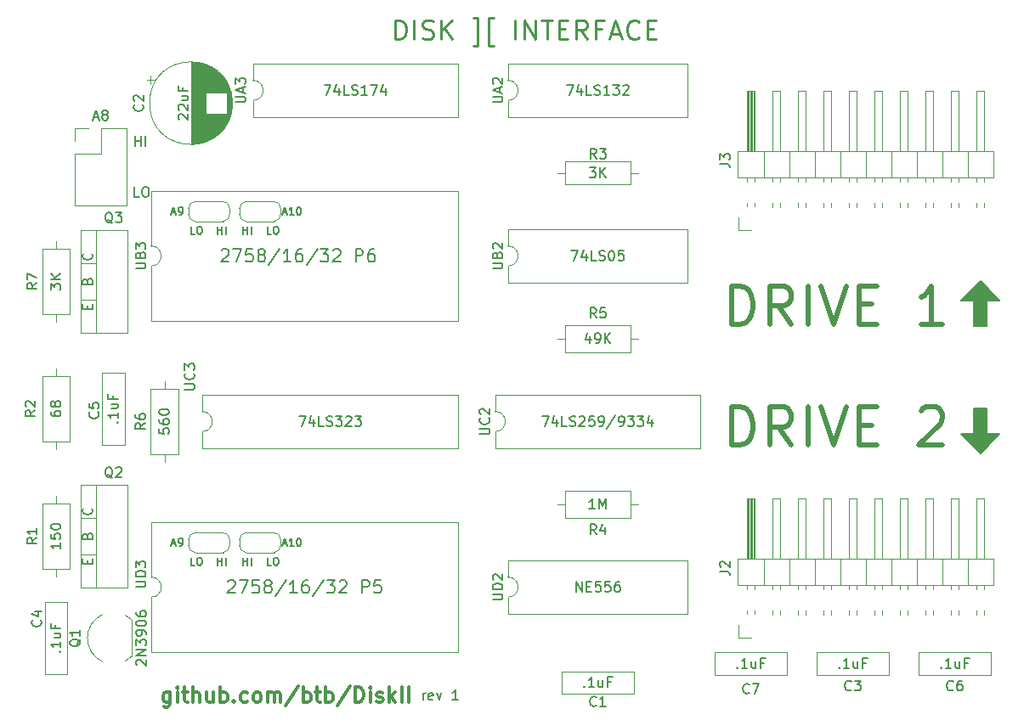
<source format=gbr>
%TF.GenerationSoftware,KiCad,Pcbnew,(6.0.8-1)-1*%
%TF.CreationDate,2022-11-07T14:14:20-08:00*%
%TF.ProjectId,DiskII,4469736b-4949-42e6-9b69-6361645f7063,1*%
%TF.SameCoordinates,Original*%
%TF.FileFunction,Legend,Top*%
%TF.FilePolarity,Positive*%
%FSLAX46Y46*%
G04 Gerber Fmt 4.6, Leading zero omitted, Abs format (unit mm)*
G04 Created by KiCad (PCBNEW (6.0.8-1)-1) date 2022-11-07 14:14:20*
%MOMM*%
%LPD*%
G01*
G04 APERTURE LIST*
%ADD10C,0.150000*%
%ADD11C,0.300000*%
%ADD12C,0.254000*%
%ADD13C,0.127000*%
%ADD14C,0.190500*%
%ADD15C,0.508000*%
%ADD16C,0.120000*%
G04 APERTURE END LIST*
D10*
G36*
X208915000Y-92075000D02*
G01*
X207645000Y-92075000D01*
X207645000Y-94615000D01*
X206375000Y-94615000D01*
X206375000Y-92075000D01*
X205105000Y-92075000D01*
X207010000Y-90170000D01*
X208915000Y-92075000D01*
G37*
X208915000Y-92075000D02*
X207645000Y-92075000D01*
X207645000Y-94615000D01*
X206375000Y-94615000D01*
X206375000Y-92075000D01*
X205105000Y-92075000D01*
X207010000Y-90170000D01*
X208915000Y-92075000D01*
G36*
X207645000Y-105410000D02*
G01*
X208915000Y-105410000D01*
X207010000Y-107315000D01*
X205105000Y-105410000D01*
X206375000Y-105410000D01*
X206375000Y-102870000D01*
X207645000Y-102870000D01*
X207645000Y-105410000D01*
G37*
X207645000Y-105410000D02*
X208915000Y-105410000D01*
X207010000Y-107315000D01*
X205105000Y-105410000D01*
X206375000Y-105410000D01*
X206375000Y-102870000D01*
X207645000Y-102870000D01*
X207645000Y-105410000D01*
X151465595Y-131897380D02*
X151465595Y-131230714D01*
X151465595Y-131421190D02*
X151513214Y-131325952D01*
X151560833Y-131278333D01*
X151656071Y-131230714D01*
X151751309Y-131230714D01*
X152465595Y-131849761D02*
X152370357Y-131897380D01*
X152179880Y-131897380D01*
X152084642Y-131849761D01*
X152037023Y-131754523D01*
X152037023Y-131373571D01*
X152084642Y-131278333D01*
X152179880Y-131230714D01*
X152370357Y-131230714D01*
X152465595Y-131278333D01*
X152513214Y-131373571D01*
X152513214Y-131468809D01*
X152037023Y-131564047D01*
X152846547Y-131230714D02*
X153084642Y-131897380D01*
X153322738Y-131230714D01*
X154989404Y-131897380D02*
X154417976Y-131897380D01*
X154703690Y-131897380D02*
X154703690Y-130897380D01*
X154608452Y-131040238D01*
X154513214Y-131135476D01*
X154417976Y-131183095D01*
D11*
X126290000Y-131123571D02*
X126290000Y-132337857D01*
X126218571Y-132480714D01*
X126147142Y-132552142D01*
X126004285Y-132623571D01*
X125790000Y-132623571D01*
X125647142Y-132552142D01*
X126290000Y-132052142D02*
X126147142Y-132123571D01*
X125861428Y-132123571D01*
X125718571Y-132052142D01*
X125647142Y-131980714D01*
X125575714Y-131837857D01*
X125575714Y-131409285D01*
X125647142Y-131266428D01*
X125718571Y-131195000D01*
X125861428Y-131123571D01*
X126147142Y-131123571D01*
X126290000Y-131195000D01*
X127004285Y-132123571D02*
X127004285Y-131123571D01*
X127004285Y-130623571D02*
X126932857Y-130695000D01*
X127004285Y-130766428D01*
X127075714Y-130695000D01*
X127004285Y-130623571D01*
X127004285Y-130766428D01*
X127504285Y-131123571D02*
X128075714Y-131123571D01*
X127718571Y-130623571D02*
X127718571Y-131909285D01*
X127790000Y-132052142D01*
X127932857Y-132123571D01*
X128075714Y-132123571D01*
X128575714Y-132123571D02*
X128575714Y-130623571D01*
X129218571Y-132123571D02*
X129218571Y-131337857D01*
X129147142Y-131195000D01*
X129004285Y-131123571D01*
X128790000Y-131123571D01*
X128647142Y-131195000D01*
X128575714Y-131266428D01*
X130575714Y-131123571D02*
X130575714Y-132123571D01*
X129932857Y-131123571D02*
X129932857Y-131909285D01*
X130004285Y-132052142D01*
X130147142Y-132123571D01*
X130361428Y-132123571D01*
X130504285Y-132052142D01*
X130575714Y-131980714D01*
X131290000Y-132123571D02*
X131290000Y-130623571D01*
X131290000Y-131195000D02*
X131432857Y-131123571D01*
X131718571Y-131123571D01*
X131861428Y-131195000D01*
X131932857Y-131266428D01*
X132004285Y-131409285D01*
X132004285Y-131837857D01*
X131932857Y-131980714D01*
X131861428Y-132052142D01*
X131718571Y-132123571D01*
X131432857Y-132123571D01*
X131290000Y-132052142D01*
X132647142Y-131980714D02*
X132718571Y-132052142D01*
X132647142Y-132123571D01*
X132575714Y-132052142D01*
X132647142Y-131980714D01*
X132647142Y-132123571D01*
X134004285Y-132052142D02*
X133861428Y-132123571D01*
X133575714Y-132123571D01*
X133432857Y-132052142D01*
X133361428Y-131980714D01*
X133290000Y-131837857D01*
X133290000Y-131409285D01*
X133361428Y-131266428D01*
X133432857Y-131195000D01*
X133575714Y-131123571D01*
X133861428Y-131123571D01*
X134004285Y-131195000D01*
X134861428Y-132123571D02*
X134718571Y-132052142D01*
X134647142Y-131980714D01*
X134575714Y-131837857D01*
X134575714Y-131409285D01*
X134647142Y-131266428D01*
X134718571Y-131195000D01*
X134861428Y-131123571D01*
X135075714Y-131123571D01*
X135218571Y-131195000D01*
X135290000Y-131266428D01*
X135361428Y-131409285D01*
X135361428Y-131837857D01*
X135290000Y-131980714D01*
X135218571Y-132052142D01*
X135075714Y-132123571D01*
X134861428Y-132123571D01*
X136004285Y-132123571D02*
X136004285Y-131123571D01*
X136004285Y-131266428D02*
X136075714Y-131195000D01*
X136218571Y-131123571D01*
X136432857Y-131123571D01*
X136575714Y-131195000D01*
X136647142Y-131337857D01*
X136647142Y-132123571D01*
X136647142Y-131337857D02*
X136718571Y-131195000D01*
X136861428Y-131123571D01*
X137075714Y-131123571D01*
X137218571Y-131195000D01*
X137290000Y-131337857D01*
X137290000Y-132123571D01*
X139075714Y-130552142D02*
X137790000Y-132480714D01*
X139575714Y-132123571D02*
X139575714Y-130623571D01*
X139575714Y-131195000D02*
X139718571Y-131123571D01*
X140004285Y-131123571D01*
X140147142Y-131195000D01*
X140218571Y-131266428D01*
X140290000Y-131409285D01*
X140290000Y-131837857D01*
X140218571Y-131980714D01*
X140147142Y-132052142D01*
X140004285Y-132123571D01*
X139718571Y-132123571D01*
X139575714Y-132052142D01*
X140718571Y-131123571D02*
X141290000Y-131123571D01*
X140932857Y-130623571D02*
X140932857Y-131909285D01*
X141004285Y-132052142D01*
X141147142Y-132123571D01*
X141290000Y-132123571D01*
X141790000Y-132123571D02*
X141790000Y-130623571D01*
X141790000Y-131195000D02*
X141932857Y-131123571D01*
X142218571Y-131123571D01*
X142361428Y-131195000D01*
X142432857Y-131266428D01*
X142504285Y-131409285D01*
X142504285Y-131837857D01*
X142432857Y-131980714D01*
X142361428Y-132052142D01*
X142218571Y-132123571D01*
X141932857Y-132123571D01*
X141790000Y-132052142D01*
X144218571Y-130552142D02*
X142932857Y-132480714D01*
X144718571Y-132123571D02*
X144718571Y-130623571D01*
X145075714Y-130623571D01*
X145290000Y-130695000D01*
X145432857Y-130837857D01*
X145504285Y-130980714D01*
X145575714Y-131266428D01*
X145575714Y-131480714D01*
X145504285Y-131766428D01*
X145432857Y-131909285D01*
X145290000Y-132052142D01*
X145075714Y-132123571D01*
X144718571Y-132123571D01*
X146218571Y-132123571D02*
X146218571Y-131123571D01*
X146218571Y-130623571D02*
X146147142Y-130695000D01*
X146218571Y-130766428D01*
X146290000Y-130695000D01*
X146218571Y-130623571D01*
X146218571Y-130766428D01*
X146861428Y-132052142D02*
X147004285Y-132123571D01*
X147290000Y-132123571D01*
X147432857Y-132052142D01*
X147504285Y-131909285D01*
X147504285Y-131837857D01*
X147432857Y-131695000D01*
X147290000Y-131623571D01*
X147075714Y-131623571D01*
X146932857Y-131552142D01*
X146861428Y-131409285D01*
X146861428Y-131337857D01*
X146932857Y-131195000D01*
X147075714Y-131123571D01*
X147290000Y-131123571D01*
X147432857Y-131195000D01*
X148147142Y-132123571D02*
X148147142Y-130623571D01*
X148290000Y-131552142D02*
X148718571Y-132123571D01*
X148718571Y-131123571D02*
X148147142Y-131695000D01*
X149361428Y-132123571D02*
X149361428Y-130623571D01*
X150075714Y-132123571D02*
X150075714Y-130623571D01*
D12*
X148698857Y-66012785D02*
X148698857Y-64107785D01*
X149152428Y-64107785D01*
X149424571Y-64198500D01*
X149606000Y-64379928D01*
X149696714Y-64561357D01*
X149787428Y-64924214D01*
X149787428Y-65196357D01*
X149696714Y-65559214D01*
X149606000Y-65740642D01*
X149424571Y-65922071D01*
X149152428Y-66012785D01*
X148698857Y-66012785D01*
X150603857Y-66012785D02*
X150603857Y-64107785D01*
X151420285Y-65922071D02*
X151692428Y-66012785D01*
X152146000Y-66012785D01*
X152327428Y-65922071D01*
X152418142Y-65831357D01*
X152508857Y-65649928D01*
X152508857Y-65468500D01*
X152418142Y-65287071D01*
X152327428Y-65196357D01*
X152146000Y-65105642D01*
X151783142Y-65014928D01*
X151601714Y-64924214D01*
X151511000Y-64833500D01*
X151420285Y-64652071D01*
X151420285Y-64470642D01*
X151511000Y-64289214D01*
X151601714Y-64198500D01*
X151783142Y-64107785D01*
X152236714Y-64107785D01*
X152508857Y-64198500D01*
X153325285Y-66012785D02*
X153325285Y-64107785D01*
X154413857Y-66012785D02*
X153597428Y-64924214D01*
X154413857Y-64107785D02*
X153325285Y-65196357D01*
X156500285Y-66647785D02*
X156953857Y-66647785D01*
X156953857Y-63926357D01*
X156500285Y-63926357D01*
X158496000Y-66647785D02*
X158042428Y-66647785D01*
X158042428Y-63926357D01*
X158496000Y-63926357D01*
X160673142Y-66012785D02*
X160673142Y-64107785D01*
X161580285Y-66012785D02*
X161580285Y-64107785D01*
X162668857Y-66012785D01*
X162668857Y-64107785D01*
X163303857Y-64107785D02*
X164392428Y-64107785D01*
X163848142Y-66012785D02*
X163848142Y-64107785D01*
X165027428Y-65014928D02*
X165662428Y-65014928D01*
X165934571Y-66012785D02*
X165027428Y-66012785D01*
X165027428Y-64107785D01*
X165934571Y-64107785D01*
X167839571Y-66012785D02*
X167204571Y-65105642D01*
X166751000Y-66012785D02*
X166751000Y-64107785D01*
X167476714Y-64107785D01*
X167658142Y-64198500D01*
X167748857Y-64289214D01*
X167839571Y-64470642D01*
X167839571Y-64742785D01*
X167748857Y-64924214D01*
X167658142Y-65014928D01*
X167476714Y-65105642D01*
X166751000Y-65105642D01*
X169291000Y-65014928D02*
X168656000Y-65014928D01*
X168656000Y-66012785D02*
X168656000Y-64107785D01*
X169563142Y-64107785D01*
X170198142Y-65468500D02*
X171105285Y-65468500D01*
X170016714Y-66012785D02*
X170651714Y-64107785D01*
X171286714Y-66012785D01*
X173010285Y-65831357D02*
X172919571Y-65922071D01*
X172647428Y-66012785D01*
X172465999Y-66012785D01*
X172193857Y-65922071D01*
X172012428Y-65740642D01*
X171921714Y-65559214D01*
X171830999Y-65196357D01*
X171830999Y-64924214D01*
X171921714Y-64561357D01*
X172012428Y-64379928D01*
X172193857Y-64198500D01*
X172465999Y-64107785D01*
X172647428Y-64107785D01*
X172919571Y-64198500D01*
X173010285Y-64289214D01*
X173826714Y-65014928D02*
X174461714Y-65014928D01*
X174733857Y-66012785D02*
X173826714Y-66012785D01*
X173826714Y-64107785D01*
X174733857Y-64107785D01*
D10*
%TO.C,R2*%
X112847380Y-103036666D02*
X112371190Y-103370000D01*
X112847380Y-103608095D02*
X111847380Y-103608095D01*
X111847380Y-103227142D01*
X111895000Y-103131904D01*
X111942619Y-103084285D01*
X112037857Y-103036666D01*
X112180714Y-103036666D01*
X112275952Y-103084285D01*
X112323571Y-103131904D01*
X112371190Y-103227142D01*
X112371190Y-103608095D01*
X111942619Y-102655714D02*
X111895000Y-102608095D01*
X111847380Y-102512857D01*
X111847380Y-102274761D01*
X111895000Y-102179523D01*
X111942619Y-102131904D01*
X112037857Y-102084285D01*
X112133095Y-102084285D01*
X112275952Y-102131904D01*
X112847380Y-102703333D01*
X112847380Y-102084285D01*
X114387380Y-103155714D02*
X114387380Y-103346190D01*
X114435000Y-103441428D01*
X114482619Y-103489047D01*
X114625476Y-103584285D01*
X114815952Y-103631904D01*
X115196904Y-103631904D01*
X115292142Y-103584285D01*
X115339761Y-103536666D01*
X115387380Y-103441428D01*
X115387380Y-103250952D01*
X115339761Y-103155714D01*
X115292142Y-103108095D01*
X115196904Y-103060476D01*
X114958809Y-103060476D01*
X114863571Y-103108095D01*
X114815952Y-103155714D01*
X114768333Y-103250952D01*
X114768333Y-103441428D01*
X114815952Y-103536666D01*
X114863571Y-103584285D01*
X114958809Y-103631904D01*
X114815952Y-102489047D02*
X114768333Y-102584285D01*
X114720714Y-102631904D01*
X114625476Y-102679523D01*
X114577857Y-102679523D01*
X114482619Y-102631904D01*
X114435000Y-102584285D01*
X114387380Y-102489047D01*
X114387380Y-102298571D01*
X114435000Y-102203333D01*
X114482619Y-102155714D01*
X114577857Y-102108095D01*
X114625476Y-102108095D01*
X114720714Y-102155714D01*
X114768333Y-102203333D01*
X114815952Y-102298571D01*
X114815952Y-102489047D01*
X114863571Y-102584285D01*
X114911190Y-102631904D01*
X115006428Y-102679523D01*
X115196904Y-102679523D01*
X115292142Y-102631904D01*
X115339761Y-102584285D01*
X115387380Y-102489047D01*
X115387380Y-102298571D01*
X115339761Y-102203333D01*
X115292142Y-102155714D01*
X115196904Y-102108095D01*
X115006428Y-102108095D01*
X114911190Y-102155714D01*
X114863571Y-102203333D01*
X114815952Y-102298571D01*
%TO.C,R3*%
X168743333Y-77922380D02*
X168410000Y-77446190D01*
X168171904Y-77922380D02*
X168171904Y-76922380D01*
X168552857Y-76922380D01*
X168648095Y-76970000D01*
X168695714Y-77017619D01*
X168743333Y-77112857D01*
X168743333Y-77255714D01*
X168695714Y-77350952D01*
X168648095Y-77398571D01*
X168552857Y-77446190D01*
X168171904Y-77446190D01*
X169076666Y-76922380D02*
X169695714Y-76922380D01*
X169362380Y-77303333D01*
X169505238Y-77303333D01*
X169600476Y-77350952D01*
X169648095Y-77398571D01*
X169695714Y-77493809D01*
X169695714Y-77731904D01*
X169648095Y-77827142D01*
X169600476Y-77874761D01*
X169505238Y-77922380D01*
X169219523Y-77922380D01*
X169124285Y-77874761D01*
X169076666Y-77827142D01*
X168076666Y-78827380D02*
X168695714Y-78827380D01*
X168362380Y-79208333D01*
X168505238Y-79208333D01*
X168600476Y-79255952D01*
X168648095Y-79303571D01*
X168695714Y-79398809D01*
X168695714Y-79636904D01*
X168648095Y-79732142D01*
X168600476Y-79779761D01*
X168505238Y-79827380D01*
X168219523Y-79827380D01*
X168124285Y-79779761D01*
X168076666Y-79732142D01*
X169124285Y-79827380D02*
X169124285Y-78827380D01*
X169695714Y-79827380D02*
X169267142Y-79255952D01*
X169695714Y-78827380D02*
X169124285Y-79398809D01*
%TO.C,C1*%
X167552857Y-130532142D02*
X167600476Y-130579761D01*
X167552857Y-130627380D01*
X167505238Y-130579761D01*
X167552857Y-130532142D01*
X167552857Y-130627380D01*
X168552857Y-130627380D02*
X167981428Y-130627380D01*
X168267142Y-130627380D02*
X168267142Y-129627380D01*
X168171904Y-129770238D01*
X168076666Y-129865476D01*
X167981428Y-129913095D01*
X169410000Y-129960714D02*
X169410000Y-130627380D01*
X168981428Y-129960714D02*
X168981428Y-130484523D01*
X169029047Y-130579761D01*
X169124285Y-130627380D01*
X169267142Y-130627380D01*
X169362380Y-130579761D01*
X169410000Y-130532142D01*
X170219523Y-130103571D02*
X169886190Y-130103571D01*
X169886190Y-130627380D02*
X169886190Y-129627380D01*
X170362380Y-129627380D01*
X168743333Y-132437142D02*
X168695714Y-132484761D01*
X168552857Y-132532380D01*
X168457619Y-132532380D01*
X168314761Y-132484761D01*
X168219523Y-132389523D01*
X168171904Y-132294285D01*
X168124285Y-132103809D01*
X168124285Y-131960952D01*
X168171904Y-131770476D01*
X168219523Y-131675238D01*
X168314761Y-131580000D01*
X168457619Y-131532380D01*
X168552857Y-131532380D01*
X168695714Y-131580000D01*
X168743333Y-131627619D01*
X169695714Y-132532380D02*
X169124285Y-132532380D01*
X169410000Y-132532380D02*
X169410000Y-131532380D01*
X169314761Y-131675238D01*
X169219523Y-131770476D01*
X169124285Y-131818095D01*
%TO.C,R4*%
X168743333Y-115387380D02*
X168410000Y-114911190D01*
X168171904Y-115387380D02*
X168171904Y-114387380D01*
X168552857Y-114387380D01*
X168648095Y-114435000D01*
X168695714Y-114482619D01*
X168743333Y-114577857D01*
X168743333Y-114720714D01*
X168695714Y-114815952D01*
X168648095Y-114863571D01*
X168552857Y-114911190D01*
X168171904Y-114911190D01*
X169600476Y-114720714D02*
X169600476Y-115387380D01*
X169362380Y-114339761D02*
X169124285Y-115054047D01*
X169743333Y-115054047D01*
X168624285Y-112847380D02*
X168052857Y-112847380D01*
X168338571Y-112847380D02*
X168338571Y-111847380D01*
X168243333Y-111990238D01*
X168148095Y-112085476D01*
X168052857Y-112133095D01*
X169052857Y-112847380D02*
X169052857Y-111847380D01*
X169386190Y-112561666D01*
X169719523Y-111847380D01*
X169719523Y-112847380D01*
%TO.C,R1*%
X113017380Y-115736666D02*
X112541190Y-116070000D01*
X113017380Y-116308095D02*
X112017380Y-116308095D01*
X112017380Y-115927142D01*
X112065000Y-115831904D01*
X112112619Y-115784285D01*
X112207857Y-115736666D01*
X112350714Y-115736666D01*
X112445952Y-115784285D01*
X112493571Y-115831904D01*
X112541190Y-115927142D01*
X112541190Y-116308095D01*
X113017380Y-114784285D02*
X113017380Y-115355714D01*
X113017380Y-115070000D02*
X112017380Y-115070000D01*
X112160238Y-115165238D01*
X112255476Y-115260476D01*
X112303095Y-115355714D01*
X115387380Y-116236666D02*
X115387380Y-116808095D01*
X115387380Y-116522380D02*
X114387380Y-116522380D01*
X114530238Y-116617619D01*
X114625476Y-116712857D01*
X114673095Y-116808095D01*
X114387380Y-115331904D02*
X114387380Y-115808095D01*
X114863571Y-115855714D01*
X114815952Y-115808095D01*
X114768333Y-115712857D01*
X114768333Y-115474761D01*
X114815952Y-115379523D01*
X114863571Y-115331904D01*
X114958809Y-115284285D01*
X115196904Y-115284285D01*
X115292142Y-115331904D01*
X115339761Y-115379523D01*
X115387380Y-115474761D01*
X115387380Y-115712857D01*
X115339761Y-115808095D01*
X115292142Y-115855714D01*
X114387380Y-114665238D02*
X114387380Y-114570000D01*
X114435000Y-114474761D01*
X114482619Y-114427142D01*
X114577857Y-114379523D01*
X114768333Y-114331904D01*
X115006428Y-114331904D01*
X115196904Y-114379523D01*
X115292142Y-114427142D01*
X115339761Y-114474761D01*
X115387380Y-114570000D01*
X115387380Y-114665238D01*
X115339761Y-114760476D01*
X115292142Y-114808095D01*
X115196904Y-114855714D01*
X115006428Y-114903333D01*
X114768333Y-114903333D01*
X114577857Y-114855714D01*
X114482619Y-114808095D01*
X114435000Y-114760476D01*
X114387380Y-114665238D01*
%TO.C,C4*%
X115292142Y-127087142D02*
X115339761Y-127039523D01*
X115387380Y-127087142D01*
X115339761Y-127134761D01*
X115292142Y-127087142D01*
X115387380Y-127087142D01*
X115387380Y-126087142D02*
X115387380Y-126658571D01*
X115387380Y-126372857D02*
X114387380Y-126372857D01*
X114530238Y-126468095D01*
X114625476Y-126563333D01*
X114673095Y-126658571D01*
X114720714Y-125230000D02*
X115387380Y-125230000D01*
X114720714Y-125658571D02*
X115244523Y-125658571D01*
X115339761Y-125610952D01*
X115387380Y-125515714D01*
X115387380Y-125372857D01*
X115339761Y-125277619D01*
X115292142Y-125230000D01*
X114863571Y-124420476D02*
X114863571Y-124753809D01*
X115387380Y-124753809D02*
X114387380Y-124753809D01*
X114387380Y-124277619D01*
X113387142Y-123951666D02*
X113434761Y-123999285D01*
X113482380Y-124142142D01*
X113482380Y-124237380D01*
X113434761Y-124380238D01*
X113339523Y-124475476D01*
X113244285Y-124523095D01*
X113053809Y-124570714D01*
X112910952Y-124570714D01*
X112720476Y-124523095D01*
X112625238Y-124475476D01*
X112530000Y-124380238D01*
X112482380Y-124237380D01*
X112482380Y-124142142D01*
X112530000Y-123999285D01*
X112577619Y-123951666D01*
X112815714Y-123094523D02*
X113482380Y-123094523D01*
X112434761Y-123332619D02*
X113149047Y-123570714D01*
X113149047Y-122951666D01*
D13*
%TO.C,JP5A10*%
X137522857Y-116332000D02*
X137885714Y-116332000D01*
X137450285Y-116549714D02*
X137704285Y-115787714D01*
X137958285Y-116549714D01*
X138611428Y-116549714D02*
X138176000Y-116549714D01*
X138393714Y-116549714D02*
X138393714Y-115787714D01*
X138321142Y-115896571D01*
X138248571Y-115969142D01*
X138176000Y-116005428D01*
X139083142Y-115787714D02*
X139155714Y-115787714D01*
X139228285Y-115824000D01*
X139264571Y-115860285D01*
X139300857Y-115932857D01*
X139337142Y-116078000D01*
X139337142Y-116259428D01*
X139300857Y-116404571D01*
X139264571Y-116477142D01*
X139228285Y-116513428D01*
X139155714Y-116549714D01*
X139083142Y-116549714D01*
X139010571Y-116513428D01*
X138974285Y-116477142D01*
X138938000Y-116404571D01*
X138901714Y-116259428D01*
X138901714Y-116078000D01*
X138938000Y-115932857D01*
X138974285Y-115860285D01*
X139010571Y-115824000D01*
X139083142Y-115787714D01*
X136361714Y-118454714D02*
X135998857Y-118454714D01*
X135998857Y-117692714D01*
X136760857Y-117692714D02*
X136906000Y-117692714D01*
X136978571Y-117729000D01*
X137051142Y-117801571D01*
X137087428Y-117946714D01*
X137087428Y-118200714D01*
X137051142Y-118345857D01*
X136978571Y-118418428D01*
X136906000Y-118454714D01*
X136760857Y-118454714D01*
X136688285Y-118418428D01*
X136615714Y-118345857D01*
X136579428Y-118200714D01*
X136579428Y-117946714D01*
X136615714Y-117801571D01*
X136688285Y-117729000D01*
X136760857Y-117692714D01*
X133585857Y-118454714D02*
X133585857Y-117692714D01*
X133585857Y-118055571D02*
X134021285Y-118055571D01*
X134021285Y-118454714D02*
X134021285Y-117692714D01*
X134384142Y-118454714D02*
X134384142Y-117692714D01*
D10*
%TO.C,UC2*%
X163347380Y-103592380D02*
X164014047Y-103592380D01*
X163585476Y-104592380D01*
X164823571Y-103925714D02*
X164823571Y-104592380D01*
X164585476Y-103544761D02*
X164347380Y-104259047D01*
X164966428Y-104259047D01*
X165823571Y-104592380D02*
X165347380Y-104592380D01*
X165347380Y-103592380D01*
X166109285Y-104544761D02*
X166252142Y-104592380D01*
X166490238Y-104592380D01*
X166585476Y-104544761D01*
X166633095Y-104497142D01*
X166680714Y-104401904D01*
X166680714Y-104306666D01*
X166633095Y-104211428D01*
X166585476Y-104163809D01*
X166490238Y-104116190D01*
X166299761Y-104068571D01*
X166204523Y-104020952D01*
X166156904Y-103973333D01*
X166109285Y-103878095D01*
X166109285Y-103782857D01*
X166156904Y-103687619D01*
X166204523Y-103640000D01*
X166299761Y-103592380D01*
X166537857Y-103592380D01*
X166680714Y-103640000D01*
X167061666Y-103687619D02*
X167109285Y-103640000D01*
X167204523Y-103592380D01*
X167442619Y-103592380D01*
X167537857Y-103640000D01*
X167585476Y-103687619D01*
X167633095Y-103782857D01*
X167633095Y-103878095D01*
X167585476Y-104020952D01*
X167014047Y-104592380D01*
X167633095Y-104592380D01*
X168537857Y-103592380D02*
X168061666Y-103592380D01*
X168014047Y-104068571D01*
X168061666Y-104020952D01*
X168156904Y-103973333D01*
X168395000Y-103973333D01*
X168490238Y-104020952D01*
X168537857Y-104068571D01*
X168585476Y-104163809D01*
X168585476Y-104401904D01*
X168537857Y-104497142D01*
X168490238Y-104544761D01*
X168395000Y-104592380D01*
X168156904Y-104592380D01*
X168061666Y-104544761D01*
X168014047Y-104497142D01*
X169061666Y-104592380D02*
X169252142Y-104592380D01*
X169347380Y-104544761D01*
X169395000Y-104497142D01*
X169490238Y-104354285D01*
X169537857Y-104163809D01*
X169537857Y-103782857D01*
X169490238Y-103687619D01*
X169442619Y-103640000D01*
X169347380Y-103592380D01*
X169156904Y-103592380D01*
X169061666Y-103640000D01*
X169014047Y-103687619D01*
X168966428Y-103782857D01*
X168966428Y-104020952D01*
X169014047Y-104116190D01*
X169061666Y-104163809D01*
X169156904Y-104211428D01*
X169347380Y-104211428D01*
X169442619Y-104163809D01*
X169490238Y-104116190D01*
X169537857Y-104020952D01*
X170680714Y-103544761D02*
X169823571Y-104830476D01*
X171061666Y-104592380D02*
X171252142Y-104592380D01*
X171347380Y-104544761D01*
X171395000Y-104497142D01*
X171490238Y-104354285D01*
X171537857Y-104163809D01*
X171537857Y-103782857D01*
X171490238Y-103687619D01*
X171442619Y-103640000D01*
X171347380Y-103592380D01*
X171156904Y-103592380D01*
X171061666Y-103640000D01*
X171014047Y-103687619D01*
X170966428Y-103782857D01*
X170966428Y-104020952D01*
X171014047Y-104116190D01*
X171061666Y-104163809D01*
X171156904Y-104211428D01*
X171347380Y-104211428D01*
X171442619Y-104163809D01*
X171490238Y-104116190D01*
X171537857Y-104020952D01*
X171871190Y-103592380D02*
X172490238Y-103592380D01*
X172156904Y-103973333D01*
X172299761Y-103973333D01*
X172395000Y-104020952D01*
X172442619Y-104068571D01*
X172490238Y-104163809D01*
X172490238Y-104401904D01*
X172442619Y-104497142D01*
X172395000Y-104544761D01*
X172299761Y-104592380D01*
X172014047Y-104592380D01*
X171918809Y-104544761D01*
X171871190Y-104497142D01*
X172823571Y-103592380D02*
X173442619Y-103592380D01*
X173109285Y-103973333D01*
X173252142Y-103973333D01*
X173347380Y-104020952D01*
X173395000Y-104068571D01*
X173442619Y-104163809D01*
X173442619Y-104401904D01*
X173395000Y-104497142D01*
X173347380Y-104544761D01*
X173252142Y-104592380D01*
X172966428Y-104592380D01*
X172871190Y-104544761D01*
X172823571Y-104497142D01*
X174299761Y-103925714D02*
X174299761Y-104592380D01*
X174061666Y-103544761D02*
X173823571Y-104259047D01*
X174442619Y-104259047D01*
X157127380Y-105401904D02*
X157936904Y-105401904D01*
X158032142Y-105354285D01*
X158079761Y-105306666D01*
X158127380Y-105211428D01*
X158127380Y-105020952D01*
X158079761Y-104925714D01*
X158032142Y-104878095D01*
X157936904Y-104830476D01*
X157127380Y-104830476D01*
X158032142Y-103782857D02*
X158079761Y-103830476D01*
X158127380Y-103973333D01*
X158127380Y-104068571D01*
X158079761Y-104211428D01*
X157984523Y-104306666D01*
X157889285Y-104354285D01*
X157698809Y-104401904D01*
X157555952Y-104401904D01*
X157365476Y-104354285D01*
X157270238Y-104306666D01*
X157175000Y-104211428D01*
X157127380Y-104068571D01*
X157127380Y-103973333D01*
X157175000Y-103830476D01*
X157222619Y-103782857D01*
X157222619Y-103401904D02*
X157175000Y-103354285D01*
X157127380Y-103259047D01*
X157127380Y-103020952D01*
X157175000Y-102925714D01*
X157222619Y-102878095D01*
X157317857Y-102830476D01*
X157413095Y-102830476D01*
X157555952Y-102878095D01*
X158127380Y-103449523D01*
X158127380Y-102830476D01*
%TO.C,UD2*%
X166748333Y-121102380D02*
X166748333Y-120102380D01*
X167319761Y-121102380D01*
X167319761Y-120102380D01*
X167795952Y-120578571D02*
X168129285Y-120578571D01*
X168272142Y-121102380D02*
X167795952Y-121102380D01*
X167795952Y-120102380D01*
X168272142Y-120102380D01*
X169176904Y-120102380D02*
X168700714Y-120102380D01*
X168653095Y-120578571D01*
X168700714Y-120530952D01*
X168795952Y-120483333D01*
X169034047Y-120483333D01*
X169129285Y-120530952D01*
X169176904Y-120578571D01*
X169224523Y-120673809D01*
X169224523Y-120911904D01*
X169176904Y-121007142D01*
X169129285Y-121054761D01*
X169034047Y-121102380D01*
X168795952Y-121102380D01*
X168700714Y-121054761D01*
X168653095Y-121007142D01*
X170129285Y-120102380D02*
X169653095Y-120102380D01*
X169605476Y-120578571D01*
X169653095Y-120530952D01*
X169748333Y-120483333D01*
X169986428Y-120483333D01*
X170081666Y-120530952D01*
X170129285Y-120578571D01*
X170176904Y-120673809D01*
X170176904Y-120911904D01*
X170129285Y-121007142D01*
X170081666Y-121054761D01*
X169986428Y-121102380D01*
X169748333Y-121102380D01*
X169653095Y-121054761D01*
X169605476Y-121007142D01*
X171034047Y-120102380D02*
X170843571Y-120102380D01*
X170748333Y-120150000D01*
X170700714Y-120197619D01*
X170605476Y-120340476D01*
X170557857Y-120530952D01*
X170557857Y-120911904D01*
X170605476Y-121007142D01*
X170653095Y-121054761D01*
X170748333Y-121102380D01*
X170938809Y-121102380D01*
X171034047Y-121054761D01*
X171081666Y-121007142D01*
X171129285Y-120911904D01*
X171129285Y-120673809D01*
X171081666Y-120578571D01*
X171034047Y-120530952D01*
X170938809Y-120483333D01*
X170748333Y-120483333D01*
X170653095Y-120530952D01*
X170605476Y-120578571D01*
X170557857Y-120673809D01*
X158417380Y-121911904D02*
X159226904Y-121911904D01*
X159322142Y-121864285D01*
X159369761Y-121816666D01*
X159417380Y-121721428D01*
X159417380Y-121530952D01*
X159369761Y-121435714D01*
X159322142Y-121388095D01*
X159226904Y-121340476D01*
X158417380Y-121340476D01*
X159417380Y-120864285D02*
X158417380Y-120864285D01*
X158417380Y-120626190D01*
X158465000Y-120483333D01*
X158560238Y-120388095D01*
X158655476Y-120340476D01*
X158845952Y-120292857D01*
X158988809Y-120292857D01*
X159179285Y-120340476D01*
X159274523Y-120388095D01*
X159369761Y-120483333D01*
X159417380Y-120626190D01*
X159417380Y-120864285D01*
X158512619Y-119911904D02*
X158465000Y-119864285D01*
X158417380Y-119769047D01*
X158417380Y-119530952D01*
X158465000Y-119435714D01*
X158512619Y-119388095D01*
X158607857Y-119340476D01*
X158703095Y-119340476D01*
X158845952Y-119388095D01*
X159417380Y-119959523D01*
X159417380Y-119340476D01*
D14*
%TO.C,UD3*%
X132049761Y-120075476D02*
X132110238Y-120015000D01*
X132231190Y-119954523D01*
X132533571Y-119954523D01*
X132654523Y-120015000D01*
X132715000Y-120075476D01*
X132775476Y-120196428D01*
X132775476Y-120317380D01*
X132715000Y-120498809D01*
X131989285Y-121224523D01*
X132775476Y-121224523D01*
X133198809Y-119954523D02*
X134045476Y-119954523D01*
X133501190Y-121224523D01*
X135134047Y-119954523D02*
X134529285Y-119954523D01*
X134468809Y-120559285D01*
X134529285Y-120498809D01*
X134650238Y-120438333D01*
X134952619Y-120438333D01*
X135073571Y-120498809D01*
X135134047Y-120559285D01*
X135194523Y-120680238D01*
X135194523Y-120982619D01*
X135134047Y-121103571D01*
X135073571Y-121164047D01*
X134952619Y-121224523D01*
X134650238Y-121224523D01*
X134529285Y-121164047D01*
X134468809Y-121103571D01*
X135920238Y-120498809D02*
X135799285Y-120438333D01*
X135738809Y-120377857D01*
X135678333Y-120256904D01*
X135678333Y-120196428D01*
X135738809Y-120075476D01*
X135799285Y-120015000D01*
X135920238Y-119954523D01*
X136162142Y-119954523D01*
X136283095Y-120015000D01*
X136343571Y-120075476D01*
X136404047Y-120196428D01*
X136404047Y-120256904D01*
X136343571Y-120377857D01*
X136283095Y-120438333D01*
X136162142Y-120498809D01*
X135920238Y-120498809D01*
X135799285Y-120559285D01*
X135738809Y-120619761D01*
X135678333Y-120740714D01*
X135678333Y-120982619D01*
X135738809Y-121103571D01*
X135799285Y-121164047D01*
X135920238Y-121224523D01*
X136162142Y-121224523D01*
X136283095Y-121164047D01*
X136343571Y-121103571D01*
X136404047Y-120982619D01*
X136404047Y-120740714D01*
X136343571Y-120619761D01*
X136283095Y-120559285D01*
X136162142Y-120498809D01*
X137855476Y-119894047D02*
X136766904Y-121526904D01*
X138944047Y-121224523D02*
X138218333Y-121224523D01*
X138581190Y-121224523D02*
X138581190Y-119954523D01*
X138460238Y-120135952D01*
X138339285Y-120256904D01*
X138218333Y-120317380D01*
X140032619Y-119954523D02*
X139790714Y-119954523D01*
X139669761Y-120015000D01*
X139609285Y-120075476D01*
X139488333Y-120256904D01*
X139427857Y-120498809D01*
X139427857Y-120982619D01*
X139488333Y-121103571D01*
X139548809Y-121164047D01*
X139669761Y-121224523D01*
X139911666Y-121224523D01*
X140032619Y-121164047D01*
X140093095Y-121103571D01*
X140153571Y-120982619D01*
X140153571Y-120680238D01*
X140093095Y-120559285D01*
X140032619Y-120498809D01*
X139911666Y-120438333D01*
X139669761Y-120438333D01*
X139548809Y-120498809D01*
X139488333Y-120559285D01*
X139427857Y-120680238D01*
X141605000Y-119894047D02*
X140516428Y-121526904D01*
X141907380Y-119954523D02*
X142693571Y-119954523D01*
X142270238Y-120438333D01*
X142451666Y-120438333D01*
X142572619Y-120498809D01*
X142633095Y-120559285D01*
X142693571Y-120680238D01*
X142693571Y-120982619D01*
X142633095Y-121103571D01*
X142572619Y-121164047D01*
X142451666Y-121224523D01*
X142088809Y-121224523D01*
X141967857Y-121164047D01*
X141907380Y-121103571D01*
X143177380Y-120075476D02*
X143237857Y-120015000D01*
X143358809Y-119954523D01*
X143661190Y-119954523D01*
X143782142Y-120015000D01*
X143842619Y-120075476D01*
X143903095Y-120196428D01*
X143903095Y-120317380D01*
X143842619Y-120498809D01*
X143116904Y-121224523D01*
X143903095Y-121224523D01*
X145415000Y-121224523D02*
X145415000Y-119954523D01*
X145898809Y-119954523D01*
X146019761Y-120015000D01*
X146080238Y-120075476D01*
X146140714Y-120196428D01*
X146140714Y-120377857D01*
X146080238Y-120498809D01*
X146019761Y-120559285D01*
X145898809Y-120619761D01*
X145415000Y-120619761D01*
X147289761Y-119954523D02*
X146685000Y-119954523D01*
X146624523Y-120559285D01*
X146685000Y-120498809D01*
X146805952Y-120438333D01*
X147108333Y-120438333D01*
X147229285Y-120498809D01*
X147289761Y-120559285D01*
X147350238Y-120680238D01*
X147350238Y-120982619D01*
X147289761Y-121103571D01*
X147229285Y-121164047D01*
X147108333Y-121224523D01*
X146805952Y-121224523D01*
X146685000Y-121164047D01*
X146624523Y-121103571D01*
D10*
X122852380Y-120641904D02*
X123661904Y-120641904D01*
X123757142Y-120594285D01*
X123804761Y-120546666D01*
X123852380Y-120451428D01*
X123852380Y-120260952D01*
X123804761Y-120165714D01*
X123757142Y-120118095D01*
X123661904Y-120070476D01*
X122852380Y-120070476D01*
X123852380Y-119594285D02*
X122852380Y-119594285D01*
X122852380Y-119356190D01*
X122900000Y-119213333D01*
X122995238Y-119118095D01*
X123090476Y-119070476D01*
X123280952Y-119022857D01*
X123423809Y-119022857D01*
X123614285Y-119070476D01*
X123709523Y-119118095D01*
X123804761Y-119213333D01*
X123852380Y-119356190D01*
X123852380Y-119594285D01*
X122852380Y-118689523D02*
X122852380Y-118070476D01*
X123233333Y-118403809D01*
X123233333Y-118260952D01*
X123280952Y-118165714D01*
X123328571Y-118118095D01*
X123423809Y-118070476D01*
X123661904Y-118070476D01*
X123757142Y-118118095D01*
X123804761Y-118165714D01*
X123852380Y-118260952D01*
X123852380Y-118546666D01*
X123804761Y-118641904D01*
X123757142Y-118689523D01*
%TO.C,C6*%
X203112857Y-128627142D02*
X203160476Y-128674761D01*
X203112857Y-128722380D01*
X203065238Y-128674761D01*
X203112857Y-128627142D01*
X203112857Y-128722380D01*
X204112857Y-128722380D02*
X203541428Y-128722380D01*
X203827142Y-128722380D02*
X203827142Y-127722380D01*
X203731904Y-127865238D01*
X203636666Y-127960476D01*
X203541428Y-128008095D01*
X204970000Y-128055714D02*
X204970000Y-128722380D01*
X204541428Y-128055714D02*
X204541428Y-128579523D01*
X204589047Y-128674761D01*
X204684285Y-128722380D01*
X204827142Y-128722380D01*
X204922380Y-128674761D01*
X204970000Y-128627142D01*
X205779523Y-128198571D02*
X205446190Y-128198571D01*
X205446190Y-128722380D02*
X205446190Y-127722380D01*
X205922380Y-127722380D01*
X204303333Y-130877142D02*
X204255714Y-130924761D01*
X204112857Y-130972380D01*
X204017619Y-130972380D01*
X203874761Y-130924761D01*
X203779523Y-130829523D01*
X203731904Y-130734285D01*
X203684285Y-130543809D01*
X203684285Y-130400952D01*
X203731904Y-130210476D01*
X203779523Y-130115238D01*
X203874761Y-130020000D01*
X204017619Y-129972380D01*
X204112857Y-129972380D01*
X204255714Y-130020000D01*
X204303333Y-130067619D01*
X205160476Y-129972380D02*
X204970000Y-129972380D01*
X204874761Y-130020000D01*
X204827142Y-130067619D01*
X204731904Y-130210476D01*
X204684285Y-130400952D01*
X204684285Y-130781904D01*
X204731904Y-130877142D01*
X204779523Y-130924761D01*
X204874761Y-130972380D01*
X205065238Y-130972380D01*
X205160476Y-130924761D01*
X205208095Y-130877142D01*
X205255714Y-130781904D01*
X205255714Y-130543809D01*
X205208095Y-130448571D01*
X205160476Y-130400952D01*
X205065238Y-130353333D01*
X204874761Y-130353333D01*
X204779523Y-130400952D01*
X204731904Y-130448571D01*
X204684285Y-130543809D01*
%TO.C,Q2*%
X118038571Y-118308095D02*
X118038571Y-117974761D01*
X118562380Y-117831904D02*
X118562380Y-118308095D01*
X117562380Y-118308095D01*
X117562380Y-117831904D01*
X118038571Y-115546190D02*
X118086190Y-115403333D01*
X118133809Y-115355714D01*
X118229047Y-115308095D01*
X118371904Y-115308095D01*
X118467142Y-115355714D01*
X118514761Y-115403333D01*
X118562380Y-115498571D01*
X118562380Y-115879523D01*
X117562380Y-115879523D01*
X117562380Y-115546190D01*
X117610000Y-115450952D01*
X117657619Y-115403333D01*
X117752857Y-115355714D01*
X117848095Y-115355714D01*
X117943333Y-115403333D01*
X117990952Y-115450952D01*
X118038571Y-115546190D01*
X118038571Y-115879523D01*
X118467142Y-112784285D02*
X118514761Y-112831904D01*
X118562380Y-112974761D01*
X118562380Y-113070000D01*
X118514761Y-113212857D01*
X118419523Y-113308095D01*
X118324285Y-113355714D01*
X118133809Y-113403333D01*
X117990952Y-113403333D01*
X117800476Y-113355714D01*
X117705238Y-113308095D01*
X117610000Y-113212857D01*
X117562380Y-113070000D01*
X117562380Y-112974761D01*
X117610000Y-112831904D01*
X117657619Y-112784285D01*
X120554761Y-109767619D02*
X120459523Y-109720000D01*
X120364285Y-109624761D01*
X120221428Y-109481904D01*
X120126190Y-109434285D01*
X120030952Y-109434285D01*
X120078571Y-109672380D02*
X119983333Y-109624761D01*
X119888095Y-109529523D01*
X119840476Y-109339047D01*
X119840476Y-109005714D01*
X119888095Y-108815238D01*
X119983333Y-108720000D01*
X120078571Y-108672380D01*
X120269047Y-108672380D01*
X120364285Y-108720000D01*
X120459523Y-108815238D01*
X120507142Y-109005714D01*
X120507142Y-109339047D01*
X120459523Y-109529523D01*
X120364285Y-109624761D01*
X120269047Y-109672380D01*
X120078571Y-109672380D01*
X120888095Y-108767619D02*
X120935714Y-108720000D01*
X121030952Y-108672380D01*
X121269047Y-108672380D01*
X121364285Y-108720000D01*
X121411904Y-108767619D01*
X121459523Y-108862857D01*
X121459523Y-108958095D01*
X121411904Y-109100952D01*
X120840476Y-109672380D01*
X121459523Y-109672380D01*
%TO.C,Q1*%
X122987619Y-128444285D02*
X122940000Y-128396666D01*
X122892380Y-128301428D01*
X122892380Y-128063333D01*
X122940000Y-127968095D01*
X122987619Y-127920476D01*
X123082857Y-127872857D01*
X123178095Y-127872857D01*
X123320952Y-127920476D01*
X123892380Y-128491904D01*
X123892380Y-127872857D01*
X123892380Y-127444285D02*
X122892380Y-127444285D01*
X123892380Y-126872857D01*
X122892380Y-126872857D01*
X122892380Y-126491904D02*
X122892380Y-125872857D01*
X123273333Y-126206190D01*
X123273333Y-126063333D01*
X123320952Y-125968095D01*
X123368571Y-125920476D01*
X123463809Y-125872857D01*
X123701904Y-125872857D01*
X123797142Y-125920476D01*
X123844761Y-125968095D01*
X123892380Y-126063333D01*
X123892380Y-126349047D01*
X123844761Y-126444285D01*
X123797142Y-126491904D01*
X123892380Y-125396666D02*
X123892380Y-125206190D01*
X123844761Y-125110952D01*
X123797142Y-125063333D01*
X123654285Y-124968095D01*
X123463809Y-124920476D01*
X123082857Y-124920476D01*
X122987619Y-124968095D01*
X122940000Y-125015714D01*
X122892380Y-125110952D01*
X122892380Y-125301428D01*
X122940000Y-125396666D01*
X122987619Y-125444285D01*
X123082857Y-125491904D01*
X123320952Y-125491904D01*
X123416190Y-125444285D01*
X123463809Y-125396666D01*
X123511428Y-125301428D01*
X123511428Y-125110952D01*
X123463809Y-125015714D01*
X123416190Y-124968095D01*
X123320952Y-124920476D01*
X122892380Y-124301428D02*
X122892380Y-124206190D01*
X122940000Y-124110952D01*
X122987619Y-124063333D01*
X123082857Y-124015714D01*
X123273333Y-123968095D01*
X123511428Y-123968095D01*
X123701904Y-124015714D01*
X123797142Y-124063333D01*
X123844761Y-124110952D01*
X123892380Y-124206190D01*
X123892380Y-124301428D01*
X123844761Y-124396666D01*
X123797142Y-124444285D01*
X123701904Y-124491904D01*
X123511428Y-124539523D01*
X123273333Y-124539523D01*
X123082857Y-124491904D01*
X122987619Y-124444285D01*
X122940000Y-124396666D01*
X122892380Y-124301428D01*
X122892380Y-123110952D02*
X122892380Y-123301428D01*
X122940000Y-123396666D01*
X122987619Y-123444285D01*
X123130476Y-123539523D01*
X123320952Y-123587142D01*
X123701904Y-123587142D01*
X123797142Y-123539523D01*
X123844761Y-123491904D01*
X123892380Y-123396666D01*
X123892380Y-123206190D01*
X123844761Y-123110952D01*
X123797142Y-123063333D01*
X123701904Y-123015714D01*
X123463809Y-123015714D01*
X123368571Y-123063333D01*
X123320952Y-123110952D01*
X123273333Y-123206190D01*
X123273333Y-123396666D01*
X123320952Y-123491904D01*
X123368571Y-123539523D01*
X123463809Y-123587142D01*
X117387619Y-125825238D02*
X117340000Y-125920476D01*
X117244761Y-126015714D01*
X117101904Y-126158571D01*
X117054285Y-126253809D01*
X117054285Y-126349047D01*
X117292380Y-126301428D02*
X117244761Y-126396666D01*
X117149523Y-126491904D01*
X116959047Y-126539523D01*
X116625714Y-126539523D01*
X116435238Y-126491904D01*
X116340000Y-126396666D01*
X116292380Y-126301428D01*
X116292380Y-126110952D01*
X116340000Y-126015714D01*
X116435238Y-125920476D01*
X116625714Y-125872857D01*
X116959047Y-125872857D01*
X117149523Y-125920476D01*
X117244761Y-126015714D01*
X117292380Y-126110952D01*
X117292380Y-126301428D01*
X117292380Y-124920476D02*
X117292380Y-125491904D01*
X117292380Y-125206190D02*
X116292380Y-125206190D01*
X116435238Y-125301428D01*
X116530476Y-125396666D01*
X116578095Y-125491904D01*
%TO.C,C7*%
X182792857Y-128627142D02*
X182840476Y-128674761D01*
X182792857Y-128722380D01*
X182745238Y-128674761D01*
X182792857Y-128627142D01*
X182792857Y-128722380D01*
X183792857Y-128722380D02*
X183221428Y-128722380D01*
X183507142Y-128722380D02*
X183507142Y-127722380D01*
X183411904Y-127865238D01*
X183316666Y-127960476D01*
X183221428Y-128008095D01*
X184650000Y-128055714D02*
X184650000Y-128722380D01*
X184221428Y-128055714D02*
X184221428Y-128579523D01*
X184269047Y-128674761D01*
X184364285Y-128722380D01*
X184507142Y-128722380D01*
X184602380Y-128674761D01*
X184650000Y-128627142D01*
X185459523Y-128198571D02*
X185126190Y-128198571D01*
X185126190Y-128722380D02*
X185126190Y-127722380D01*
X185602380Y-127722380D01*
X183983333Y-131167142D02*
X183935714Y-131214761D01*
X183792857Y-131262380D01*
X183697619Y-131262380D01*
X183554761Y-131214761D01*
X183459523Y-131119523D01*
X183411904Y-131024285D01*
X183364285Y-130833809D01*
X183364285Y-130690952D01*
X183411904Y-130500476D01*
X183459523Y-130405238D01*
X183554761Y-130310000D01*
X183697619Y-130262380D01*
X183792857Y-130262380D01*
X183935714Y-130310000D01*
X183983333Y-130357619D01*
X184316666Y-130262380D02*
X184983333Y-130262380D01*
X184554761Y-131262380D01*
%TO.C,R5*%
X168743333Y-93797380D02*
X168410000Y-93321190D01*
X168171904Y-93797380D02*
X168171904Y-92797380D01*
X168552857Y-92797380D01*
X168648095Y-92845000D01*
X168695714Y-92892619D01*
X168743333Y-92987857D01*
X168743333Y-93130714D01*
X168695714Y-93225952D01*
X168648095Y-93273571D01*
X168552857Y-93321190D01*
X168171904Y-93321190D01*
X169648095Y-92797380D02*
X169171904Y-92797380D01*
X169124285Y-93273571D01*
X169171904Y-93225952D01*
X169267142Y-93178333D01*
X169505238Y-93178333D01*
X169600476Y-93225952D01*
X169648095Y-93273571D01*
X169695714Y-93368809D01*
X169695714Y-93606904D01*
X169648095Y-93702142D01*
X169600476Y-93749761D01*
X169505238Y-93797380D01*
X169267142Y-93797380D01*
X169171904Y-93749761D01*
X169124285Y-93702142D01*
X168124285Y-95670714D02*
X168124285Y-96337380D01*
X167886190Y-95289761D02*
X167648095Y-96004047D01*
X168267142Y-96004047D01*
X168695714Y-96337380D02*
X168886190Y-96337380D01*
X168981428Y-96289761D01*
X169029047Y-96242142D01*
X169124285Y-96099285D01*
X169171904Y-95908809D01*
X169171904Y-95527857D01*
X169124285Y-95432619D01*
X169076666Y-95385000D01*
X168981428Y-95337380D01*
X168790952Y-95337380D01*
X168695714Y-95385000D01*
X168648095Y-95432619D01*
X168600476Y-95527857D01*
X168600476Y-95765952D01*
X168648095Y-95861190D01*
X168695714Y-95908809D01*
X168790952Y-95956428D01*
X168981428Y-95956428D01*
X169076666Y-95908809D01*
X169124285Y-95861190D01*
X169171904Y-95765952D01*
X169600476Y-96337380D02*
X169600476Y-95337380D01*
X170171904Y-96337380D02*
X169743333Y-95765952D01*
X170171904Y-95337380D02*
X169600476Y-95908809D01*
D13*
%TO.C,JP6A9*%
X126455714Y-83312000D02*
X126818571Y-83312000D01*
X126383142Y-83529714D02*
X126637142Y-82767714D01*
X126891142Y-83529714D01*
X127181428Y-83529714D02*
X127326571Y-83529714D01*
X127399142Y-83493428D01*
X127435428Y-83457142D01*
X127508000Y-83348285D01*
X127544285Y-83203142D01*
X127544285Y-82912857D01*
X127508000Y-82840285D01*
X127471714Y-82804000D01*
X127399142Y-82767714D01*
X127254000Y-82767714D01*
X127181428Y-82804000D01*
X127145142Y-82840285D01*
X127108857Y-82912857D01*
X127108857Y-83094285D01*
X127145142Y-83166857D01*
X127181428Y-83203142D01*
X127254000Y-83239428D01*
X127399142Y-83239428D01*
X127471714Y-83203142D01*
X127508000Y-83166857D01*
X127544285Y-83094285D01*
X128741714Y-85434714D02*
X128378857Y-85434714D01*
X128378857Y-84672714D01*
X129140857Y-84672714D02*
X129286000Y-84672714D01*
X129358571Y-84709000D01*
X129431142Y-84781571D01*
X129467428Y-84926714D01*
X129467428Y-85180714D01*
X129431142Y-85325857D01*
X129358571Y-85398428D01*
X129286000Y-85434714D01*
X129140857Y-85434714D01*
X129068285Y-85398428D01*
X128995714Y-85325857D01*
X128959428Y-85180714D01*
X128959428Y-84926714D01*
X128995714Y-84781571D01*
X129068285Y-84709000D01*
X129140857Y-84672714D01*
X131045857Y-85434714D02*
X131045857Y-84672714D01*
X131045857Y-85035571D02*
X131481285Y-85035571D01*
X131481285Y-85434714D02*
X131481285Y-84672714D01*
X131844142Y-85434714D02*
X131844142Y-84672714D01*
D15*
%TO.C,J3*%
X182212342Y-94433571D02*
X182212342Y-90623571D01*
X183119485Y-90623571D01*
X183663771Y-90805000D01*
X184026628Y-91167857D01*
X184208057Y-91530714D01*
X184389485Y-92256428D01*
X184389485Y-92800714D01*
X184208057Y-93526428D01*
X184026628Y-93889285D01*
X183663771Y-94252142D01*
X183119485Y-94433571D01*
X182212342Y-94433571D01*
X188199485Y-94433571D02*
X186929485Y-92619285D01*
X186022342Y-94433571D02*
X186022342Y-90623571D01*
X187473771Y-90623571D01*
X187836628Y-90805000D01*
X188018057Y-90986428D01*
X188199485Y-91349285D01*
X188199485Y-91893571D01*
X188018057Y-92256428D01*
X187836628Y-92437857D01*
X187473771Y-92619285D01*
X186022342Y-92619285D01*
X189832342Y-94433571D02*
X189832342Y-90623571D01*
X191102342Y-90623571D02*
X192372342Y-94433571D01*
X193642342Y-90623571D01*
X194912342Y-92437857D02*
X196182342Y-92437857D01*
X196726628Y-94433571D02*
X194912342Y-94433571D01*
X194912342Y-90623571D01*
X196726628Y-90623571D01*
X203258057Y-94433571D02*
X201080914Y-94433571D01*
X202169485Y-94433571D02*
X202169485Y-90623571D01*
X201806628Y-91167857D01*
X201443771Y-91530714D01*
X201080914Y-91712142D01*
D10*
X181062380Y-78438333D02*
X181776666Y-78438333D01*
X181919523Y-78485952D01*
X182014761Y-78581190D01*
X182062380Y-78724047D01*
X182062380Y-78819285D01*
X181062380Y-78057380D02*
X181062380Y-77438333D01*
X181443333Y-77771666D01*
X181443333Y-77628809D01*
X181490952Y-77533571D01*
X181538571Y-77485952D01*
X181633809Y-77438333D01*
X181871904Y-77438333D01*
X181967142Y-77485952D01*
X182014761Y-77533571D01*
X182062380Y-77628809D01*
X182062380Y-77914523D01*
X182014761Y-78009761D01*
X181967142Y-78057380D01*
%TO.C,SWA8*%
X118665714Y-73811666D02*
X119141904Y-73811666D01*
X118570476Y-74097380D02*
X118903809Y-73097380D01*
X119237142Y-74097380D01*
X119713333Y-73525952D02*
X119618095Y-73478333D01*
X119570476Y-73430714D01*
X119522857Y-73335476D01*
X119522857Y-73287857D01*
X119570476Y-73192619D01*
X119618095Y-73145000D01*
X119713333Y-73097380D01*
X119903809Y-73097380D01*
X119999047Y-73145000D01*
X120046666Y-73192619D01*
X120094285Y-73287857D01*
X120094285Y-73335476D01*
X120046666Y-73430714D01*
X119999047Y-73478333D01*
X119903809Y-73525952D01*
X119713333Y-73525952D01*
X119618095Y-73573571D01*
X119570476Y-73621190D01*
X119522857Y-73716428D01*
X119522857Y-73906904D01*
X119570476Y-74002142D01*
X119618095Y-74049761D01*
X119713333Y-74097380D01*
X119903809Y-74097380D01*
X119999047Y-74049761D01*
X120046666Y-74002142D01*
X120094285Y-73906904D01*
X120094285Y-73716428D01*
X120046666Y-73621190D01*
X119999047Y-73573571D01*
X119903809Y-73525952D01*
X122793190Y-76652380D02*
X122793190Y-75652380D01*
X122793190Y-76128571D02*
X123364619Y-76128571D01*
X123364619Y-76652380D02*
X123364619Y-75652380D01*
X123840809Y-76652380D02*
X123840809Y-75652380D01*
X123229714Y-81732380D02*
X122753523Y-81732380D01*
X122753523Y-80732380D01*
X123753523Y-80732380D02*
X123944000Y-80732380D01*
X124039238Y-80780000D01*
X124134476Y-80875238D01*
X124182095Y-81065714D01*
X124182095Y-81399047D01*
X124134476Y-81589523D01*
X124039238Y-81684761D01*
X123944000Y-81732380D01*
X123753523Y-81732380D01*
X123658285Y-81684761D01*
X123563047Y-81589523D01*
X123515428Y-81399047D01*
X123515428Y-81065714D01*
X123563047Y-80875238D01*
X123658285Y-80780000D01*
X123753523Y-80732380D01*
%TO.C,UA2*%
X165795952Y-70572380D02*
X166462619Y-70572380D01*
X166034047Y-71572380D01*
X167272142Y-70905714D02*
X167272142Y-71572380D01*
X167034047Y-70524761D02*
X166795952Y-71239047D01*
X167415000Y-71239047D01*
X168272142Y-71572380D02*
X167795952Y-71572380D01*
X167795952Y-70572380D01*
X168557857Y-71524761D02*
X168700714Y-71572380D01*
X168938809Y-71572380D01*
X169034047Y-71524761D01*
X169081666Y-71477142D01*
X169129285Y-71381904D01*
X169129285Y-71286666D01*
X169081666Y-71191428D01*
X169034047Y-71143809D01*
X168938809Y-71096190D01*
X168748333Y-71048571D01*
X168653095Y-71000952D01*
X168605476Y-70953333D01*
X168557857Y-70858095D01*
X168557857Y-70762857D01*
X168605476Y-70667619D01*
X168653095Y-70620000D01*
X168748333Y-70572380D01*
X168986428Y-70572380D01*
X169129285Y-70620000D01*
X170081666Y-71572380D02*
X169510238Y-71572380D01*
X169795952Y-71572380D02*
X169795952Y-70572380D01*
X169700714Y-70715238D01*
X169605476Y-70810476D01*
X169510238Y-70858095D01*
X170415000Y-70572380D02*
X171034047Y-70572380D01*
X170700714Y-70953333D01*
X170843571Y-70953333D01*
X170938809Y-71000952D01*
X170986428Y-71048571D01*
X171034047Y-71143809D01*
X171034047Y-71381904D01*
X170986428Y-71477142D01*
X170938809Y-71524761D01*
X170843571Y-71572380D01*
X170557857Y-71572380D01*
X170462619Y-71524761D01*
X170415000Y-71477142D01*
X171415000Y-70667619D02*
X171462619Y-70620000D01*
X171557857Y-70572380D01*
X171795952Y-70572380D01*
X171891190Y-70620000D01*
X171938809Y-70667619D01*
X171986428Y-70762857D01*
X171986428Y-70858095D01*
X171938809Y-71000952D01*
X171367380Y-71572380D01*
X171986428Y-71572380D01*
X158417380Y-72310476D02*
X159226904Y-72310476D01*
X159322142Y-72262857D01*
X159369761Y-72215238D01*
X159417380Y-72120000D01*
X159417380Y-71929523D01*
X159369761Y-71834285D01*
X159322142Y-71786666D01*
X159226904Y-71739047D01*
X158417380Y-71739047D01*
X159131666Y-71310476D02*
X159131666Y-70834285D01*
X159417380Y-71405714D02*
X158417380Y-71072380D01*
X159417380Y-70739047D01*
X158512619Y-70453333D02*
X158465000Y-70405714D01*
X158417380Y-70310476D01*
X158417380Y-70072380D01*
X158465000Y-69977142D01*
X158512619Y-69929523D01*
X158607857Y-69881904D01*
X158703095Y-69881904D01*
X158845952Y-69929523D01*
X159417380Y-70500952D01*
X159417380Y-69881904D01*
%TO.C,UC3*%
X139120952Y-103592380D02*
X139787619Y-103592380D01*
X139359047Y-104592380D01*
X140597142Y-103925714D02*
X140597142Y-104592380D01*
X140359047Y-103544761D02*
X140120952Y-104259047D01*
X140740000Y-104259047D01*
X141597142Y-104592380D02*
X141120952Y-104592380D01*
X141120952Y-103592380D01*
X141882857Y-104544761D02*
X142025714Y-104592380D01*
X142263809Y-104592380D01*
X142359047Y-104544761D01*
X142406666Y-104497142D01*
X142454285Y-104401904D01*
X142454285Y-104306666D01*
X142406666Y-104211428D01*
X142359047Y-104163809D01*
X142263809Y-104116190D01*
X142073333Y-104068571D01*
X141978095Y-104020952D01*
X141930476Y-103973333D01*
X141882857Y-103878095D01*
X141882857Y-103782857D01*
X141930476Y-103687619D01*
X141978095Y-103640000D01*
X142073333Y-103592380D01*
X142311428Y-103592380D01*
X142454285Y-103640000D01*
X142787619Y-103592380D02*
X143406666Y-103592380D01*
X143073333Y-103973333D01*
X143216190Y-103973333D01*
X143311428Y-104020952D01*
X143359047Y-104068571D01*
X143406666Y-104163809D01*
X143406666Y-104401904D01*
X143359047Y-104497142D01*
X143311428Y-104544761D01*
X143216190Y-104592380D01*
X142930476Y-104592380D01*
X142835238Y-104544761D01*
X142787619Y-104497142D01*
X143787619Y-103687619D02*
X143835238Y-103640000D01*
X143930476Y-103592380D01*
X144168571Y-103592380D01*
X144263809Y-103640000D01*
X144311428Y-103687619D01*
X144359047Y-103782857D01*
X144359047Y-103878095D01*
X144311428Y-104020952D01*
X143740000Y-104592380D01*
X144359047Y-104592380D01*
X144692380Y-103592380D02*
X145311428Y-103592380D01*
X144978095Y-103973333D01*
X145120952Y-103973333D01*
X145216190Y-104020952D01*
X145263809Y-104068571D01*
X145311428Y-104163809D01*
X145311428Y-104401904D01*
X145263809Y-104497142D01*
X145216190Y-104544761D01*
X145120952Y-104592380D01*
X144835238Y-104592380D01*
X144740000Y-104544761D01*
X144692380Y-104497142D01*
X127722380Y-100956904D02*
X128531904Y-100956904D01*
X128627142Y-100909285D01*
X128674761Y-100861666D01*
X128722380Y-100766428D01*
X128722380Y-100575952D01*
X128674761Y-100480714D01*
X128627142Y-100433095D01*
X128531904Y-100385476D01*
X127722380Y-100385476D01*
X128627142Y-99337857D02*
X128674761Y-99385476D01*
X128722380Y-99528333D01*
X128722380Y-99623571D01*
X128674761Y-99766428D01*
X128579523Y-99861666D01*
X128484285Y-99909285D01*
X128293809Y-99956904D01*
X128150952Y-99956904D01*
X127960476Y-99909285D01*
X127865238Y-99861666D01*
X127770000Y-99766428D01*
X127722380Y-99623571D01*
X127722380Y-99528333D01*
X127770000Y-99385476D01*
X127817619Y-99337857D01*
X127722380Y-99004523D02*
X127722380Y-98385476D01*
X128103333Y-98718809D01*
X128103333Y-98575952D01*
X128150952Y-98480714D01*
X128198571Y-98433095D01*
X128293809Y-98385476D01*
X128531904Y-98385476D01*
X128627142Y-98433095D01*
X128674761Y-98480714D01*
X128722380Y-98575952D01*
X128722380Y-98861666D01*
X128674761Y-98956904D01*
X128627142Y-99004523D01*
D14*
%TO.C,UB3*%
X131414761Y-87055476D02*
X131475238Y-86995000D01*
X131596190Y-86934523D01*
X131898571Y-86934523D01*
X132019523Y-86995000D01*
X132080000Y-87055476D01*
X132140476Y-87176428D01*
X132140476Y-87297380D01*
X132080000Y-87478809D01*
X131354285Y-88204523D01*
X132140476Y-88204523D01*
X132563809Y-86934523D02*
X133410476Y-86934523D01*
X132866190Y-88204523D01*
X134499047Y-86934523D02*
X133894285Y-86934523D01*
X133833809Y-87539285D01*
X133894285Y-87478809D01*
X134015238Y-87418333D01*
X134317619Y-87418333D01*
X134438571Y-87478809D01*
X134499047Y-87539285D01*
X134559523Y-87660238D01*
X134559523Y-87962619D01*
X134499047Y-88083571D01*
X134438571Y-88144047D01*
X134317619Y-88204523D01*
X134015238Y-88204523D01*
X133894285Y-88144047D01*
X133833809Y-88083571D01*
X135285238Y-87478809D02*
X135164285Y-87418333D01*
X135103809Y-87357857D01*
X135043333Y-87236904D01*
X135043333Y-87176428D01*
X135103809Y-87055476D01*
X135164285Y-86995000D01*
X135285238Y-86934523D01*
X135527142Y-86934523D01*
X135648095Y-86995000D01*
X135708571Y-87055476D01*
X135769047Y-87176428D01*
X135769047Y-87236904D01*
X135708571Y-87357857D01*
X135648095Y-87418333D01*
X135527142Y-87478809D01*
X135285238Y-87478809D01*
X135164285Y-87539285D01*
X135103809Y-87599761D01*
X135043333Y-87720714D01*
X135043333Y-87962619D01*
X135103809Y-88083571D01*
X135164285Y-88144047D01*
X135285238Y-88204523D01*
X135527142Y-88204523D01*
X135648095Y-88144047D01*
X135708571Y-88083571D01*
X135769047Y-87962619D01*
X135769047Y-87720714D01*
X135708571Y-87599761D01*
X135648095Y-87539285D01*
X135527142Y-87478809D01*
X137220476Y-86874047D02*
X136131904Y-88506904D01*
X138309047Y-88204523D02*
X137583333Y-88204523D01*
X137946190Y-88204523D02*
X137946190Y-86934523D01*
X137825238Y-87115952D01*
X137704285Y-87236904D01*
X137583333Y-87297380D01*
X139397619Y-86934523D02*
X139155714Y-86934523D01*
X139034761Y-86995000D01*
X138974285Y-87055476D01*
X138853333Y-87236904D01*
X138792857Y-87478809D01*
X138792857Y-87962619D01*
X138853333Y-88083571D01*
X138913809Y-88144047D01*
X139034761Y-88204523D01*
X139276666Y-88204523D01*
X139397619Y-88144047D01*
X139458095Y-88083571D01*
X139518571Y-87962619D01*
X139518571Y-87660238D01*
X139458095Y-87539285D01*
X139397619Y-87478809D01*
X139276666Y-87418333D01*
X139034761Y-87418333D01*
X138913809Y-87478809D01*
X138853333Y-87539285D01*
X138792857Y-87660238D01*
X140970000Y-86874047D02*
X139881428Y-88506904D01*
X141272380Y-86934523D02*
X142058571Y-86934523D01*
X141635238Y-87418333D01*
X141816666Y-87418333D01*
X141937619Y-87478809D01*
X141998095Y-87539285D01*
X142058571Y-87660238D01*
X142058571Y-87962619D01*
X141998095Y-88083571D01*
X141937619Y-88144047D01*
X141816666Y-88204523D01*
X141453809Y-88204523D01*
X141332857Y-88144047D01*
X141272380Y-88083571D01*
X142542380Y-87055476D02*
X142602857Y-86995000D01*
X142723809Y-86934523D01*
X143026190Y-86934523D01*
X143147142Y-86995000D01*
X143207619Y-87055476D01*
X143268095Y-87176428D01*
X143268095Y-87297380D01*
X143207619Y-87478809D01*
X142481904Y-88204523D01*
X143268095Y-88204523D01*
X144780000Y-88204523D02*
X144780000Y-86934523D01*
X145263809Y-86934523D01*
X145384761Y-86995000D01*
X145445238Y-87055476D01*
X145505714Y-87176428D01*
X145505714Y-87357857D01*
X145445238Y-87478809D01*
X145384761Y-87539285D01*
X145263809Y-87599761D01*
X144780000Y-87599761D01*
X146594285Y-86934523D02*
X146352380Y-86934523D01*
X146231428Y-86995000D01*
X146170952Y-87055476D01*
X146050000Y-87236904D01*
X145989523Y-87478809D01*
X145989523Y-87962619D01*
X146050000Y-88083571D01*
X146110476Y-88144047D01*
X146231428Y-88204523D01*
X146473333Y-88204523D01*
X146594285Y-88144047D01*
X146654761Y-88083571D01*
X146715238Y-87962619D01*
X146715238Y-87660238D01*
X146654761Y-87539285D01*
X146594285Y-87478809D01*
X146473333Y-87418333D01*
X146231428Y-87418333D01*
X146110476Y-87478809D01*
X146050000Y-87539285D01*
X145989523Y-87660238D01*
D10*
X122852380Y-88891904D02*
X123661904Y-88891904D01*
X123757142Y-88844285D01*
X123804761Y-88796666D01*
X123852380Y-88701428D01*
X123852380Y-88510952D01*
X123804761Y-88415714D01*
X123757142Y-88368095D01*
X123661904Y-88320476D01*
X122852380Y-88320476D01*
X123328571Y-87510952D02*
X123376190Y-87368095D01*
X123423809Y-87320476D01*
X123519047Y-87272857D01*
X123661904Y-87272857D01*
X123757142Y-87320476D01*
X123804761Y-87368095D01*
X123852380Y-87463333D01*
X123852380Y-87844285D01*
X122852380Y-87844285D01*
X122852380Y-87510952D01*
X122900000Y-87415714D01*
X122947619Y-87368095D01*
X123042857Y-87320476D01*
X123138095Y-87320476D01*
X123233333Y-87368095D01*
X123280952Y-87415714D01*
X123328571Y-87510952D01*
X123328571Y-87844285D01*
X122852380Y-86939523D02*
X122852380Y-86320476D01*
X123233333Y-86653809D01*
X123233333Y-86510952D01*
X123280952Y-86415714D01*
X123328571Y-86368095D01*
X123423809Y-86320476D01*
X123661904Y-86320476D01*
X123757142Y-86368095D01*
X123804761Y-86415714D01*
X123852380Y-86510952D01*
X123852380Y-86796666D01*
X123804761Y-86891904D01*
X123757142Y-86939523D01*
%TO.C,C3*%
X192952857Y-128627142D02*
X193000476Y-128674761D01*
X192952857Y-128722380D01*
X192905238Y-128674761D01*
X192952857Y-128627142D01*
X192952857Y-128722380D01*
X193952857Y-128722380D02*
X193381428Y-128722380D01*
X193667142Y-128722380D02*
X193667142Y-127722380D01*
X193571904Y-127865238D01*
X193476666Y-127960476D01*
X193381428Y-128008095D01*
X194810000Y-128055714D02*
X194810000Y-128722380D01*
X194381428Y-128055714D02*
X194381428Y-128579523D01*
X194429047Y-128674761D01*
X194524285Y-128722380D01*
X194667142Y-128722380D01*
X194762380Y-128674761D01*
X194810000Y-128627142D01*
X195619523Y-128198571D02*
X195286190Y-128198571D01*
X195286190Y-128722380D02*
X195286190Y-127722380D01*
X195762380Y-127722380D01*
X194143333Y-130877142D02*
X194095714Y-130924761D01*
X193952857Y-130972380D01*
X193857619Y-130972380D01*
X193714761Y-130924761D01*
X193619523Y-130829523D01*
X193571904Y-130734285D01*
X193524285Y-130543809D01*
X193524285Y-130400952D01*
X193571904Y-130210476D01*
X193619523Y-130115238D01*
X193714761Y-130020000D01*
X193857619Y-129972380D01*
X193952857Y-129972380D01*
X194095714Y-130020000D01*
X194143333Y-130067619D01*
X194476666Y-129972380D02*
X195095714Y-129972380D01*
X194762380Y-130353333D01*
X194905238Y-130353333D01*
X195000476Y-130400952D01*
X195048095Y-130448571D01*
X195095714Y-130543809D01*
X195095714Y-130781904D01*
X195048095Y-130877142D01*
X195000476Y-130924761D01*
X194905238Y-130972380D01*
X194619523Y-130972380D01*
X194524285Y-130924761D01*
X194476666Y-130877142D01*
%TO.C,R6*%
X123812380Y-104306666D02*
X123336190Y-104640000D01*
X123812380Y-104878095D02*
X122812380Y-104878095D01*
X122812380Y-104497142D01*
X122860000Y-104401904D01*
X122907619Y-104354285D01*
X123002857Y-104306666D01*
X123145714Y-104306666D01*
X123240952Y-104354285D01*
X123288571Y-104401904D01*
X123336190Y-104497142D01*
X123336190Y-104878095D01*
X122812380Y-103449523D02*
X122812380Y-103640000D01*
X122860000Y-103735238D01*
X122907619Y-103782857D01*
X123050476Y-103878095D01*
X123240952Y-103925714D01*
X123621904Y-103925714D01*
X123717142Y-103878095D01*
X123764761Y-103830476D01*
X123812380Y-103735238D01*
X123812380Y-103544761D01*
X123764761Y-103449523D01*
X123717142Y-103401904D01*
X123621904Y-103354285D01*
X123383809Y-103354285D01*
X123288571Y-103401904D01*
X123240952Y-103449523D01*
X123193333Y-103544761D01*
X123193333Y-103735238D01*
X123240952Y-103830476D01*
X123288571Y-103878095D01*
X123383809Y-103925714D01*
X125182380Y-104854285D02*
X125182380Y-105330476D01*
X125658571Y-105378095D01*
X125610952Y-105330476D01*
X125563333Y-105235238D01*
X125563333Y-104997142D01*
X125610952Y-104901904D01*
X125658571Y-104854285D01*
X125753809Y-104806666D01*
X125991904Y-104806666D01*
X126087142Y-104854285D01*
X126134761Y-104901904D01*
X126182380Y-104997142D01*
X126182380Y-105235238D01*
X126134761Y-105330476D01*
X126087142Y-105378095D01*
X125182380Y-103949523D02*
X125182380Y-104140000D01*
X125230000Y-104235238D01*
X125277619Y-104282857D01*
X125420476Y-104378095D01*
X125610952Y-104425714D01*
X125991904Y-104425714D01*
X126087142Y-104378095D01*
X126134761Y-104330476D01*
X126182380Y-104235238D01*
X126182380Y-104044761D01*
X126134761Y-103949523D01*
X126087142Y-103901904D01*
X125991904Y-103854285D01*
X125753809Y-103854285D01*
X125658571Y-103901904D01*
X125610952Y-103949523D01*
X125563333Y-104044761D01*
X125563333Y-104235238D01*
X125610952Y-104330476D01*
X125658571Y-104378095D01*
X125753809Y-104425714D01*
X125182380Y-103235238D02*
X125182380Y-103140000D01*
X125230000Y-103044761D01*
X125277619Y-102997142D01*
X125372857Y-102949523D01*
X125563333Y-102901904D01*
X125801428Y-102901904D01*
X125991904Y-102949523D01*
X126087142Y-102997142D01*
X126134761Y-103044761D01*
X126182380Y-103140000D01*
X126182380Y-103235238D01*
X126134761Y-103330476D01*
X126087142Y-103378095D01*
X125991904Y-103425714D01*
X125801428Y-103473333D01*
X125563333Y-103473333D01*
X125372857Y-103425714D01*
X125277619Y-103378095D01*
X125230000Y-103330476D01*
X125182380Y-103235238D01*
D13*
%TO.C,JP5A9*%
X126455714Y-116332000D02*
X126818571Y-116332000D01*
X126383142Y-116549714D02*
X126637142Y-115787714D01*
X126891142Y-116549714D01*
X127181428Y-116549714D02*
X127326571Y-116549714D01*
X127399142Y-116513428D01*
X127435428Y-116477142D01*
X127508000Y-116368285D01*
X127544285Y-116223142D01*
X127544285Y-115932857D01*
X127508000Y-115860285D01*
X127471714Y-115824000D01*
X127399142Y-115787714D01*
X127254000Y-115787714D01*
X127181428Y-115824000D01*
X127145142Y-115860285D01*
X127108857Y-115932857D01*
X127108857Y-116114285D01*
X127145142Y-116186857D01*
X127181428Y-116223142D01*
X127254000Y-116259428D01*
X127399142Y-116259428D01*
X127471714Y-116223142D01*
X127508000Y-116186857D01*
X127544285Y-116114285D01*
X128741714Y-118454714D02*
X128378857Y-118454714D01*
X128378857Y-117692714D01*
X129140857Y-117692714D02*
X129286000Y-117692714D01*
X129358571Y-117729000D01*
X129431142Y-117801571D01*
X129467428Y-117946714D01*
X129467428Y-118200714D01*
X129431142Y-118345857D01*
X129358571Y-118418428D01*
X129286000Y-118454714D01*
X129140857Y-118454714D01*
X129068285Y-118418428D01*
X128995714Y-118345857D01*
X128959428Y-118200714D01*
X128959428Y-117946714D01*
X128995714Y-117801571D01*
X129068285Y-117729000D01*
X129140857Y-117692714D01*
X131045857Y-118454714D02*
X131045857Y-117692714D01*
X131045857Y-118055571D02*
X131481285Y-118055571D01*
X131481285Y-118454714D02*
X131481285Y-117692714D01*
X131844142Y-118454714D02*
X131844142Y-117692714D01*
D10*
%TO.C,Q3*%
X118038571Y-92908095D02*
X118038571Y-92574761D01*
X118562380Y-92431904D02*
X118562380Y-92908095D01*
X117562380Y-92908095D01*
X117562380Y-92431904D01*
X118038571Y-90146190D02*
X118086190Y-90003333D01*
X118133809Y-89955714D01*
X118229047Y-89908095D01*
X118371904Y-89908095D01*
X118467142Y-89955714D01*
X118514761Y-90003333D01*
X118562380Y-90098571D01*
X118562380Y-90479523D01*
X117562380Y-90479523D01*
X117562380Y-90146190D01*
X117610000Y-90050952D01*
X117657619Y-90003333D01*
X117752857Y-89955714D01*
X117848095Y-89955714D01*
X117943333Y-90003333D01*
X117990952Y-90050952D01*
X118038571Y-90146190D01*
X118038571Y-90479523D01*
X118467142Y-87384285D02*
X118514761Y-87431904D01*
X118562380Y-87574761D01*
X118562380Y-87670000D01*
X118514761Y-87812857D01*
X118419523Y-87908095D01*
X118324285Y-87955714D01*
X118133809Y-88003333D01*
X117990952Y-88003333D01*
X117800476Y-87955714D01*
X117705238Y-87908095D01*
X117610000Y-87812857D01*
X117562380Y-87670000D01*
X117562380Y-87574761D01*
X117610000Y-87431904D01*
X117657619Y-87384285D01*
X120554761Y-84367619D02*
X120459523Y-84320000D01*
X120364285Y-84224761D01*
X120221428Y-84081904D01*
X120126190Y-84034285D01*
X120030952Y-84034285D01*
X120078571Y-84272380D02*
X119983333Y-84224761D01*
X119888095Y-84129523D01*
X119840476Y-83939047D01*
X119840476Y-83605714D01*
X119888095Y-83415238D01*
X119983333Y-83320000D01*
X120078571Y-83272380D01*
X120269047Y-83272380D01*
X120364285Y-83320000D01*
X120459523Y-83415238D01*
X120507142Y-83605714D01*
X120507142Y-83939047D01*
X120459523Y-84129523D01*
X120364285Y-84224761D01*
X120269047Y-84272380D01*
X120078571Y-84272380D01*
X120840476Y-83272380D02*
X121459523Y-83272380D01*
X121126190Y-83653333D01*
X121269047Y-83653333D01*
X121364285Y-83700952D01*
X121411904Y-83748571D01*
X121459523Y-83843809D01*
X121459523Y-84081904D01*
X121411904Y-84177142D01*
X121364285Y-84224761D01*
X121269047Y-84272380D01*
X120983333Y-84272380D01*
X120888095Y-84224761D01*
X120840476Y-84177142D01*
%TO.C,C5*%
X121007142Y-104227142D02*
X121054761Y-104179523D01*
X121102380Y-104227142D01*
X121054761Y-104274761D01*
X121007142Y-104227142D01*
X121102380Y-104227142D01*
X121102380Y-103227142D02*
X121102380Y-103798571D01*
X121102380Y-103512857D02*
X120102380Y-103512857D01*
X120245238Y-103608095D01*
X120340476Y-103703333D01*
X120388095Y-103798571D01*
X120435714Y-102370000D02*
X121102380Y-102370000D01*
X120435714Y-102798571D02*
X120959523Y-102798571D01*
X121054761Y-102750952D01*
X121102380Y-102655714D01*
X121102380Y-102512857D01*
X121054761Y-102417619D01*
X121007142Y-102370000D01*
X120578571Y-101560476D02*
X120578571Y-101893809D01*
X121102380Y-101893809D02*
X120102380Y-101893809D01*
X120102380Y-101417619D01*
X119105287Y-103198187D02*
X119152906Y-103245806D01*
X119200525Y-103388663D01*
X119200525Y-103483901D01*
X119152906Y-103626759D01*
X119057668Y-103721997D01*
X118962430Y-103769616D01*
X118771954Y-103817235D01*
X118629097Y-103817235D01*
X118438621Y-103769616D01*
X118343383Y-103721997D01*
X118248145Y-103626759D01*
X118200525Y-103483901D01*
X118200525Y-103388663D01*
X118248145Y-103245806D01*
X118295764Y-103198187D01*
X118200525Y-102293425D02*
X118200525Y-102769616D01*
X118676716Y-102817235D01*
X118629097Y-102769616D01*
X118581478Y-102674378D01*
X118581478Y-102436282D01*
X118629097Y-102341044D01*
X118676716Y-102293425D01*
X118771954Y-102245806D01*
X119010049Y-102245806D01*
X119105287Y-102293425D01*
X119152906Y-102341044D01*
X119200525Y-102436282D01*
X119200525Y-102674378D01*
X119152906Y-102769616D01*
X119105287Y-102817235D01*
%TO.C,UA3*%
X141645952Y-70572380D02*
X142312619Y-70572380D01*
X141884047Y-71572380D01*
X143122142Y-70905714D02*
X143122142Y-71572380D01*
X142884047Y-70524761D02*
X142645952Y-71239047D01*
X143265000Y-71239047D01*
X144122142Y-71572380D02*
X143645952Y-71572380D01*
X143645952Y-70572380D01*
X144407857Y-71524761D02*
X144550714Y-71572380D01*
X144788809Y-71572380D01*
X144884047Y-71524761D01*
X144931666Y-71477142D01*
X144979285Y-71381904D01*
X144979285Y-71286666D01*
X144931666Y-71191428D01*
X144884047Y-71143809D01*
X144788809Y-71096190D01*
X144598333Y-71048571D01*
X144503095Y-71000952D01*
X144455476Y-70953333D01*
X144407857Y-70858095D01*
X144407857Y-70762857D01*
X144455476Y-70667619D01*
X144503095Y-70620000D01*
X144598333Y-70572380D01*
X144836428Y-70572380D01*
X144979285Y-70620000D01*
X145931666Y-71572380D02*
X145360238Y-71572380D01*
X145645952Y-71572380D02*
X145645952Y-70572380D01*
X145550714Y-70715238D01*
X145455476Y-70810476D01*
X145360238Y-70858095D01*
X146265000Y-70572380D02*
X146931666Y-70572380D01*
X146503095Y-71572380D01*
X147741190Y-70905714D02*
X147741190Y-71572380D01*
X147503095Y-70524761D02*
X147265000Y-71239047D01*
X147884047Y-71239047D01*
X132802380Y-72310476D02*
X133611904Y-72310476D01*
X133707142Y-72262857D01*
X133754761Y-72215238D01*
X133802380Y-72120000D01*
X133802380Y-71929523D01*
X133754761Y-71834285D01*
X133707142Y-71786666D01*
X133611904Y-71739047D01*
X132802380Y-71739047D01*
X133516666Y-71310476D02*
X133516666Y-70834285D01*
X133802380Y-71405714D02*
X132802380Y-71072380D01*
X133802380Y-70739047D01*
X132802380Y-70500952D02*
X132802380Y-69881904D01*
X133183333Y-70215238D01*
X133183333Y-70072380D01*
X133230952Y-69977142D01*
X133278571Y-69929523D01*
X133373809Y-69881904D01*
X133611904Y-69881904D01*
X133707142Y-69929523D01*
X133754761Y-69977142D01*
X133802380Y-70072380D01*
X133802380Y-70358095D01*
X133754761Y-70453333D01*
X133707142Y-70500952D01*
%TO.C,C2*%
X127182619Y-74032857D02*
X127135000Y-73985238D01*
X127087380Y-73890000D01*
X127087380Y-73651904D01*
X127135000Y-73556666D01*
X127182619Y-73509047D01*
X127277857Y-73461428D01*
X127373095Y-73461428D01*
X127515952Y-73509047D01*
X128087380Y-74080476D01*
X128087380Y-73461428D01*
X127182619Y-73080476D02*
X127135000Y-73032857D01*
X127087380Y-72937619D01*
X127087380Y-72699523D01*
X127135000Y-72604285D01*
X127182619Y-72556666D01*
X127277857Y-72509047D01*
X127373095Y-72509047D01*
X127515952Y-72556666D01*
X128087380Y-73128095D01*
X128087380Y-72509047D01*
X127420714Y-71651904D02*
X128087380Y-71651904D01*
X127420714Y-72080476D02*
X127944523Y-72080476D01*
X128039761Y-72032857D01*
X128087380Y-71937619D01*
X128087380Y-71794761D01*
X128039761Y-71699523D01*
X127992142Y-71651904D01*
X127563571Y-70842380D02*
X127563571Y-71175714D01*
X128087380Y-71175714D02*
X127087380Y-71175714D01*
X127087380Y-70699523D01*
X123547142Y-72556666D02*
X123594761Y-72604285D01*
X123642380Y-72747142D01*
X123642380Y-72842380D01*
X123594761Y-72985238D01*
X123499523Y-73080476D01*
X123404285Y-73128095D01*
X123213809Y-73175714D01*
X123070952Y-73175714D01*
X122880476Y-73128095D01*
X122785238Y-73080476D01*
X122690000Y-72985238D01*
X122642380Y-72842380D01*
X122642380Y-72747142D01*
X122690000Y-72604285D01*
X122737619Y-72556666D01*
X122737619Y-72175714D02*
X122690000Y-72128095D01*
X122642380Y-72032857D01*
X122642380Y-71794761D01*
X122690000Y-71699523D01*
X122737619Y-71651904D01*
X122832857Y-71604285D01*
X122928095Y-71604285D01*
X123070952Y-71651904D01*
X123642380Y-72223333D01*
X123642380Y-71604285D01*
D13*
%TO.C,JP6A10*%
X137522857Y-83312000D02*
X137885714Y-83312000D01*
X137450285Y-83529714D02*
X137704285Y-82767714D01*
X137958285Y-83529714D01*
X138611428Y-83529714D02*
X138176000Y-83529714D01*
X138393714Y-83529714D02*
X138393714Y-82767714D01*
X138321142Y-82876571D01*
X138248571Y-82949142D01*
X138176000Y-82985428D01*
X139083142Y-82767714D02*
X139155714Y-82767714D01*
X139228285Y-82804000D01*
X139264571Y-82840285D01*
X139300857Y-82912857D01*
X139337142Y-83058000D01*
X139337142Y-83239428D01*
X139300857Y-83384571D01*
X139264571Y-83457142D01*
X139228285Y-83493428D01*
X139155714Y-83529714D01*
X139083142Y-83529714D01*
X139010571Y-83493428D01*
X138974285Y-83457142D01*
X138938000Y-83384571D01*
X138901714Y-83239428D01*
X138901714Y-83058000D01*
X138938000Y-82912857D01*
X138974285Y-82840285D01*
X139010571Y-82804000D01*
X139083142Y-82767714D01*
X133585857Y-85434714D02*
X133585857Y-84672714D01*
X133585857Y-85035571D02*
X134021285Y-85035571D01*
X134021285Y-85434714D02*
X134021285Y-84672714D01*
X134384142Y-85434714D02*
X134384142Y-84672714D01*
X136361714Y-85434714D02*
X135998857Y-85434714D01*
X135998857Y-84672714D01*
X136760857Y-84672714D02*
X136906000Y-84672714D01*
X136978571Y-84709000D01*
X137051142Y-84781571D01*
X137087428Y-84926714D01*
X137087428Y-85180714D01*
X137051142Y-85325857D01*
X136978571Y-85398428D01*
X136906000Y-85434714D01*
X136760857Y-85434714D01*
X136688285Y-85398428D01*
X136615714Y-85325857D01*
X136579428Y-85180714D01*
X136579428Y-84926714D01*
X136615714Y-84781571D01*
X136688285Y-84709000D01*
X136760857Y-84672714D01*
D15*
%TO.C,J2*%
X182212342Y-106498571D02*
X182212342Y-102688571D01*
X183119485Y-102688571D01*
X183663771Y-102870000D01*
X184026628Y-103232857D01*
X184208057Y-103595714D01*
X184389485Y-104321428D01*
X184389485Y-104865714D01*
X184208057Y-105591428D01*
X184026628Y-105954285D01*
X183663771Y-106317142D01*
X183119485Y-106498571D01*
X182212342Y-106498571D01*
X188199485Y-106498571D02*
X186929485Y-104684285D01*
X186022342Y-106498571D02*
X186022342Y-102688571D01*
X187473771Y-102688571D01*
X187836628Y-102870000D01*
X188018057Y-103051428D01*
X188199485Y-103414285D01*
X188199485Y-103958571D01*
X188018057Y-104321428D01*
X187836628Y-104502857D01*
X187473771Y-104684285D01*
X186022342Y-104684285D01*
X189832342Y-106498571D02*
X189832342Y-102688571D01*
X191102342Y-102688571D02*
X192372342Y-106498571D01*
X193642342Y-102688571D01*
X194912342Y-104502857D02*
X196182342Y-104502857D01*
X196726628Y-106498571D02*
X194912342Y-106498571D01*
X194912342Y-102688571D01*
X196726628Y-102688571D01*
X201080914Y-103051428D02*
X201262342Y-102870000D01*
X201625200Y-102688571D01*
X202532342Y-102688571D01*
X202895200Y-102870000D01*
X203076628Y-103051428D01*
X203258057Y-103414285D01*
X203258057Y-103777142D01*
X203076628Y-104321428D01*
X200899485Y-106498571D01*
X203258057Y-106498571D01*
D10*
X181062380Y-119078333D02*
X181776666Y-119078333D01*
X181919523Y-119125952D01*
X182014761Y-119221190D01*
X182062380Y-119364047D01*
X182062380Y-119459285D01*
X181157619Y-118649761D02*
X181110000Y-118602142D01*
X181062380Y-118506904D01*
X181062380Y-118268809D01*
X181110000Y-118173571D01*
X181157619Y-118125952D01*
X181252857Y-118078333D01*
X181348095Y-118078333D01*
X181490952Y-118125952D01*
X182062380Y-118697380D01*
X182062380Y-118078333D01*
%TO.C,UB2*%
X166272142Y-87082380D02*
X166938809Y-87082380D01*
X166510238Y-88082380D01*
X167748333Y-87415714D02*
X167748333Y-88082380D01*
X167510238Y-87034761D02*
X167272142Y-87749047D01*
X167891190Y-87749047D01*
X168748333Y-88082380D02*
X168272142Y-88082380D01*
X168272142Y-87082380D01*
X169034047Y-88034761D02*
X169176904Y-88082380D01*
X169415000Y-88082380D01*
X169510238Y-88034761D01*
X169557857Y-87987142D01*
X169605476Y-87891904D01*
X169605476Y-87796666D01*
X169557857Y-87701428D01*
X169510238Y-87653809D01*
X169415000Y-87606190D01*
X169224523Y-87558571D01*
X169129285Y-87510952D01*
X169081666Y-87463333D01*
X169034047Y-87368095D01*
X169034047Y-87272857D01*
X169081666Y-87177619D01*
X169129285Y-87130000D01*
X169224523Y-87082380D01*
X169462619Y-87082380D01*
X169605476Y-87130000D01*
X170224523Y-87082380D02*
X170319761Y-87082380D01*
X170415000Y-87130000D01*
X170462619Y-87177619D01*
X170510238Y-87272857D01*
X170557857Y-87463333D01*
X170557857Y-87701428D01*
X170510238Y-87891904D01*
X170462619Y-87987142D01*
X170415000Y-88034761D01*
X170319761Y-88082380D01*
X170224523Y-88082380D01*
X170129285Y-88034761D01*
X170081666Y-87987142D01*
X170034047Y-87891904D01*
X169986428Y-87701428D01*
X169986428Y-87463333D01*
X170034047Y-87272857D01*
X170081666Y-87177619D01*
X170129285Y-87130000D01*
X170224523Y-87082380D01*
X171462619Y-87082380D02*
X170986428Y-87082380D01*
X170938809Y-87558571D01*
X170986428Y-87510952D01*
X171081666Y-87463333D01*
X171319761Y-87463333D01*
X171415000Y-87510952D01*
X171462619Y-87558571D01*
X171510238Y-87653809D01*
X171510238Y-87891904D01*
X171462619Y-87987142D01*
X171415000Y-88034761D01*
X171319761Y-88082380D01*
X171081666Y-88082380D01*
X170986428Y-88034761D01*
X170938809Y-87987142D01*
X158417380Y-88891904D02*
X159226904Y-88891904D01*
X159322142Y-88844285D01*
X159369761Y-88796666D01*
X159417380Y-88701428D01*
X159417380Y-88510952D01*
X159369761Y-88415714D01*
X159322142Y-88368095D01*
X159226904Y-88320476D01*
X158417380Y-88320476D01*
X158893571Y-87510952D02*
X158941190Y-87368095D01*
X158988809Y-87320476D01*
X159084047Y-87272857D01*
X159226904Y-87272857D01*
X159322142Y-87320476D01*
X159369761Y-87368095D01*
X159417380Y-87463333D01*
X159417380Y-87844285D01*
X158417380Y-87844285D01*
X158417380Y-87510952D01*
X158465000Y-87415714D01*
X158512619Y-87368095D01*
X158607857Y-87320476D01*
X158703095Y-87320476D01*
X158798333Y-87368095D01*
X158845952Y-87415714D01*
X158893571Y-87510952D01*
X158893571Y-87844285D01*
X158512619Y-86891904D02*
X158465000Y-86844285D01*
X158417380Y-86749047D01*
X158417380Y-86510952D01*
X158465000Y-86415714D01*
X158512619Y-86368095D01*
X158607857Y-86320476D01*
X158703095Y-86320476D01*
X158845952Y-86368095D01*
X159417380Y-86939523D01*
X159417380Y-86320476D01*
%TO.C,R7*%
X113017380Y-90336666D02*
X112541190Y-90670000D01*
X113017380Y-90908095D02*
X112017380Y-90908095D01*
X112017380Y-90527142D01*
X112065000Y-90431904D01*
X112112619Y-90384285D01*
X112207857Y-90336666D01*
X112350714Y-90336666D01*
X112445952Y-90384285D01*
X112493571Y-90431904D01*
X112541190Y-90527142D01*
X112541190Y-90908095D01*
X112017380Y-90003333D02*
X112017380Y-89336666D01*
X113017380Y-89765238D01*
X114387380Y-91003333D02*
X114387380Y-90384285D01*
X114768333Y-90717619D01*
X114768333Y-90574761D01*
X114815952Y-90479523D01*
X114863571Y-90431904D01*
X114958809Y-90384285D01*
X115196904Y-90384285D01*
X115292142Y-90431904D01*
X115339761Y-90479523D01*
X115387380Y-90574761D01*
X115387380Y-90860476D01*
X115339761Y-90955714D01*
X115292142Y-91003333D01*
X115387380Y-89955714D02*
X114387380Y-89955714D01*
X115387380Y-89384285D02*
X114815952Y-89812857D01*
X114387380Y-89384285D02*
X114958809Y-89955714D01*
D16*
%TO.C,R2*%
X114935000Y-98830000D02*
X114935000Y-99600000D01*
X116305000Y-106140000D02*
X116305000Y-99600000D01*
X113565000Y-106140000D02*
X116305000Y-106140000D01*
X116305000Y-99600000D02*
X113565000Y-99600000D01*
X114935000Y-106910000D02*
X114935000Y-106140000D01*
X113565000Y-99600000D02*
X113565000Y-106140000D01*
%TO.C,R3*%
X172950000Y-79375000D02*
X172180000Y-79375000D01*
X172180000Y-80518000D02*
X172180000Y-78232000D01*
X165640000Y-80518000D02*
X172180000Y-80518000D01*
X172180000Y-78232000D02*
X165640000Y-78232000D01*
X165640000Y-78232000D02*
X165640000Y-80518000D01*
X164870000Y-79375000D02*
X165640000Y-79375000D01*
%TO.C,C1*%
X165290000Y-131295000D02*
X172530000Y-131295000D01*
X165290000Y-129055000D02*
X172530000Y-129055000D01*
X172530000Y-129055000D02*
X172530000Y-131295000D01*
X165290000Y-129055000D02*
X165290000Y-131295000D01*
%TO.C,R4*%
X172950000Y-112395000D02*
X172180000Y-112395000D01*
X172180000Y-113765000D02*
X172180000Y-111025000D01*
X172180000Y-111025000D02*
X165640000Y-111025000D01*
X165640000Y-113765000D02*
X172180000Y-113765000D01*
X165640000Y-111025000D02*
X165640000Y-113765000D01*
X164870000Y-112395000D02*
X165640000Y-112395000D01*
%TO.C,R1*%
X116305000Y-118840000D02*
X116305000Y-112300000D01*
X114935000Y-111530000D02*
X114935000Y-112300000D01*
X114935000Y-119610000D02*
X114935000Y-118840000D01*
X116305000Y-112300000D02*
X113565000Y-112300000D01*
X113565000Y-118840000D02*
X116305000Y-118840000D01*
X113565000Y-112300000D02*
X113565000Y-118840000D01*
%TO.C,C4*%
X113815000Y-129350000D02*
X116055000Y-129350000D01*
X113815000Y-122110000D02*
X116055000Y-122110000D01*
X113815000Y-129350000D02*
X113815000Y-122110000D01*
X116055000Y-129350000D02*
X116055000Y-122110000D01*
%TO.C,JP5A10*%
X137305000Y-115905000D02*
X137305000Y-116505000D01*
X136655000Y-117205000D02*
X133855000Y-117205000D01*
X133855000Y-115205000D02*
X136655000Y-115205000D01*
X133205000Y-116505000D02*
X133205000Y-115905000D01*
X137305000Y-115905000D02*
G75*
G03*
X136605000Y-115205000I-699999J1D01*
G01*
X133905000Y-115205000D02*
G75*
G03*
X133205000Y-115905000I0J-700000D01*
G01*
X133205000Y-116505000D02*
G75*
G03*
X133905000Y-117205000I700000J0D01*
G01*
X136605000Y-117205000D02*
G75*
G03*
X137305000Y-116505000I1J699999D01*
G01*
%TO.C,UC2*%
X179130000Y-106790000D02*
X179130000Y-101490000D01*
X158690000Y-101490000D02*
X158690000Y-103140000D01*
X158690000Y-105140000D02*
X158690000Y-106790000D01*
X158690000Y-106790000D02*
X179130000Y-106790000D01*
X179130000Y-101490000D02*
X158690000Y-101490000D01*
X158690000Y-105140000D02*
G75*
G03*
X158690000Y-103140000I0J1000000D01*
G01*
%TO.C,UD2*%
X177860000Y-118000000D02*
X159960000Y-118000000D01*
X159960000Y-121650000D02*
X159960000Y-123300000D01*
X177860000Y-123300000D02*
X177860000Y-118000000D01*
X159960000Y-123300000D02*
X177860000Y-123300000D01*
X159960000Y-118000000D02*
X159960000Y-119650000D01*
X159960000Y-121650000D02*
G75*
G03*
X159960000Y-119650000I0J1000000D01*
G01*
%TO.C,UD3*%
X155005000Y-114190000D02*
X124405000Y-114190000D01*
X155005000Y-127110000D02*
X155005000Y-114190000D01*
X124405000Y-121650000D02*
X124405000Y-127110000D01*
X124405000Y-127110000D02*
X155005000Y-127110000D01*
X124405000Y-114190000D02*
X124405000Y-119650000D01*
X124405000Y-121650000D02*
G75*
G03*
X124405000Y-119650000I0J1000000D01*
G01*
%TO.C,C6*%
X208090000Y-129390000D02*
X200850000Y-129390000D01*
X208090000Y-129390000D02*
X208090000Y-127150000D01*
X208090000Y-127150000D02*
X200850000Y-127150000D01*
X200850000Y-129390000D02*
X200850000Y-127150000D01*
%TO.C,Q2*%
X117380000Y-113719000D02*
X118890000Y-113719000D01*
X118890000Y-120690000D02*
X118890000Y-110450000D01*
X117380000Y-120690000D02*
X122021000Y-120690000D01*
X117380000Y-117420000D02*
X118890000Y-117420000D01*
X122021000Y-120690000D02*
X122021000Y-110450000D01*
X117380000Y-120690000D02*
X117380000Y-110450000D01*
X117380000Y-110450000D02*
X122021000Y-110450000D01*
%TO.C,Q1*%
X122500000Y-127530000D02*
X122500000Y-123930000D01*
X119551193Y-123373600D02*
G75*
G03*
X118050000Y-125730000I1098807J-2356400D01*
G01*
X122500000Y-123930000D02*
G75*
G03*
X121772795Y-123405816I-1850000J-1800000D01*
G01*
X118050000Y-125730000D02*
G75*
G03*
X119551193Y-128086400I2600000J0D01*
G01*
X121772795Y-128054184D02*
G75*
G03*
X122500000Y-127530000I-1122795J2324184D01*
G01*
%TO.C,C7*%
X180530000Y-129390000D02*
X187770000Y-129390000D01*
X180530000Y-127150000D02*
X180530000Y-129390000D01*
X187770000Y-127150000D02*
X187770000Y-129390000D01*
X180530000Y-127150000D02*
X187770000Y-127150000D01*
%TO.C,R5*%
X172950000Y-95885000D02*
X172180000Y-95885000D01*
X164870000Y-95885000D02*
X165640000Y-95885000D01*
X172180000Y-97255000D02*
X172180000Y-94515000D01*
X165640000Y-97255000D02*
X172180000Y-97255000D01*
X172180000Y-94515000D02*
X165640000Y-94515000D01*
X165640000Y-94515000D02*
X165640000Y-97255000D01*
%TO.C,JP6A9*%
X128775000Y-82185000D02*
X131575000Y-82185000D01*
X128125000Y-83485000D02*
X128125000Y-82885000D01*
X131575000Y-84185000D02*
X128775000Y-84185000D01*
X132225000Y-82885000D02*
X132225000Y-83485000D01*
X131525000Y-84185000D02*
G75*
G03*
X132225000Y-83485000I0J700000D01*
G01*
X132225000Y-82885000D02*
G75*
G03*
X131525000Y-82185000I-700000J0D01*
G01*
X128125000Y-83485000D02*
G75*
G03*
X128825000Y-84185000I699999J-1D01*
G01*
X128825000Y-82185000D02*
G75*
G03*
X128125000Y-82885000I-1J-699999D01*
G01*
%TO.C,J3*%
X193930000Y-80237071D02*
X193930000Y-79840000D01*
X182820000Y-77180000D02*
X182820000Y-79840000D01*
X191390000Y-82777071D02*
X191390000Y-82322929D01*
X192150000Y-80237071D02*
X192150000Y-79840000D01*
X207390000Y-71180000D02*
X207390000Y-77180000D01*
X183770000Y-80237071D02*
X183770000Y-79840000D01*
X204850000Y-82777071D02*
X204850000Y-82322929D01*
X184530000Y-71180000D02*
X184530000Y-77180000D01*
X187070000Y-80237071D02*
X187070000Y-79840000D01*
X201550000Y-77180000D02*
X201550000Y-71180000D01*
X204850000Y-71180000D02*
X204850000Y-77180000D01*
X186310000Y-80237071D02*
X186310000Y-79840000D01*
X201550000Y-71180000D02*
X202310000Y-71180000D01*
X183830000Y-77180000D02*
X183830000Y-71180000D01*
X201550000Y-82777071D02*
X201550000Y-82322929D01*
X182880000Y-85090000D02*
X182880000Y-83820000D01*
X206630000Y-77180000D02*
X206630000Y-71180000D01*
X199770000Y-80237071D02*
X199770000Y-79840000D01*
X198120000Y-79840000D02*
X198120000Y-77180000D01*
X184070000Y-77180000D02*
X184070000Y-71180000D01*
X200660000Y-79840000D02*
X200660000Y-77180000D01*
X205740000Y-79840000D02*
X205740000Y-77180000D01*
X194690000Y-71180000D02*
X194690000Y-77180000D01*
X183770000Y-71180000D02*
X184530000Y-71180000D01*
X194690000Y-80237071D02*
X194690000Y-79840000D01*
X187070000Y-82777071D02*
X187070000Y-82322929D01*
X202310000Y-71180000D02*
X202310000Y-77180000D01*
X201550000Y-80237071D02*
X201550000Y-79840000D01*
X196470000Y-77180000D02*
X196470000Y-71180000D01*
X197230000Y-82777071D02*
X197230000Y-82322929D01*
X188850000Y-71180000D02*
X189610000Y-71180000D01*
X187960000Y-79840000D02*
X187960000Y-77180000D01*
X199010000Y-80237071D02*
X199010000Y-79840000D01*
X193930000Y-82777071D02*
X193930000Y-82322929D01*
X192150000Y-71180000D02*
X192150000Y-77180000D01*
X184530000Y-80237071D02*
X184530000Y-79840000D01*
X194690000Y-82777071D02*
X194690000Y-82322929D01*
X191390000Y-80237071D02*
X191390000Y-79840000D01*
X189610000Y-82777071D02*
X189610000Y-82322929D01*
X191390000Y-77180000D02*
X191390000Y-71180000D01*
X207390000Y-82777071D02*
X207390000Y-82322929D01*
X207390000Y-80237071D02*
X207390000Y-79840000D01*
X197230000Y-71180000D02*
X197230000Y-77180000D01*
X192150000Y-82777071D02*
X192150000Y-82322929D01*
X199010000Y-71180000D02*
X199770000Y-71180000D01*
X182820000Y-79840000D02*
X208340000Y-79840000D01*
X202310000Y-82777071D02*
X202310000Y-82322929D01*
X191390000Y-71180000D02*
X192150000Y-71180000D01*
X206630000Y-71180000D02*
X207390000Y-71180000D01*
X183770000Y-77180000D02*
X183770000Y-71180000D01*
X199770000Y-82777071D02*
X199770000Y-82322929D01*
X193930000Y-71180000D02*
X194690000Y-71180000D01*
X208340000Y-79840000D02*
X208340000Y-77180000D01*
X199770000Y-71180000D02*
X199770000Y-77180000D01*
X184310000Y-77180000D02*
X184310000Y-71180000D01*
X190500000Y-79840000D02*
X190500000Y-77180000D01*
X203200000Y-79840000D02*
X203200000Y-77180000D01*
X183950000Y-77180000D02*
X183950000Y-71180000D01*
X193040000Y-79840000D02*
X193040000Y-77180000D01*
X208340000Y-77180000D02*
X182820000Y-77180000D01*
X183770000Y-82710000D02*
X183770000Y-82322929D01*
X204090000Y-71180000D02*
X204850000Y-71180000D01*
X186310000Y-82777071D02*
X186310000Y-82322929D01*
X196470000Y-82777071D02*
X196470000Y-82322929D01*
X195580000Y-79840000D02*
X195580000Y-77180000D01*
X188850000Y-82777071D02*
X188850000Y-82322929D01*
X204090000Y-82777071D02*
X204090000Y-82322929D01*
X199010000Y-77180000D02*
X199010000Y-71180000D01*
X186310000Y-77180000D02*
X186310000Y-71180000D01*
X184430000Y-77180000D02*
X184430000Y-71180000D01*
X206630000Y-80237071D02*
X206630000Y-79840000D01*
X206630000Y-82777071D02*
X206630000Y-82322929D01*
X184150000Y-85090000D02*
X182880000Y-85090000D01*
X197230000Y-80237071D02*
X197230000Y-79840000D01*
X204090000Y-80237071D02*
X204090000Y-79840000D01*
X189610000Y-71180000D02*
X189610000Y-77180000D01*
X189610000Y-80237071D02*
X189610000Y-79840000D01*
X186310000Y-71180000D02*
X187070000Y-71180000D01*
X204850000Y-80237071D02*
X204850000Y-79840000D01*
X193930000Y-77180000D02*
X193930000Y-71180000D01*
X184530000Y-82710000D02*
X184530000Y-82322929D01*
X204090000Y-77180000D02*
X204090000Y-71180000D01*
X188850000Y-80237071D02*
X188850000Y-79840000D01*
X196470000Y-80237071D02*
X196470000Y-79840000D01*
X188850000Y-77180000D02*
X188850000Y-71180000D01*
X185420000Y-79840000D02*
X185420000Y-77180000D01*
X196470000Y-71180000D02*
X197230000Y-71180000D01*
X202310000Y-80237071D02*
X202310000Y-79840000D01*
X187070000Y-71180000D02*
X187070000Y-77180000D01*
X199010000Y-82777071D02*
X199010000Y-82322929D01*
X184190000Y-77180000D02*
X184190000Y-71180000D01*
%TO.C,SWA8*%
X116780000Y-77470000D02*
X116780000Y-82610000D01*
X116780000Y-76200000D02*
X116780000Y-74870000D01*
X116780000Y-82610000D02*
X121980000Y-82610000D01*
X119380000Y-77470000D02*
X119380000Y-74870000D01*
X121980000Y-74870000D02*
X121980000Y-82610000D01*
X116780000Y-74870000D02*
X118110000Y-74870000D01*
X116780000Y-77470000D02*
X119380000Y-77470000D01*
X119380000Y-74870000D02*
X121980000Y-74870000D01*
%TO.C,UA2*%
X159960000Y-73770000D02*
X177860000Y-73770000D01*
X159960000Y-72120000D02*
X159960000Y-73770000D01*
X177860000Y-68470000D02*
X159960000Y-68470000D01*
X177860000Y-73770000D02*
X177860000Y-68470000D01*
X159960000Y-68470000D02*
X159960000Y-70120000D01*
X159960000Y-72120000D02*
G75*
G03*
X159960000Y-70120000I0J1000000D01*
G01*
%TO.C,UC3*%
X155005000Y-101490000D02*
X129485000Y-101490000D01*
X129485000Y-106790000D02*
X155005000Y-106790000D01*
X155005000Y-106790000D02*
X155005000Y-101490000D01*
X129485000Y-105140000D02*
X129485000Y-106790000D01*
X129485000Y-101490000D02*
X129485000Y-103140000D01*
X129485000Y-105140000D02*
G75*
G03*
X129485000Y-103140000I0J1000000D01*
G01*
%TO.C,UB3*%
X124400000Y-94090000D02*
X155000000Y-94090000D01*
X155000000Y-94090000D02*
X155000000Y-81170000D01*
X124400000Y-88630000D02*
X124400000Y-94090000D01*
X124400000Y-81170000D02*
X124400000Y-86630000D01*
X155000000Y-81170000D02*
X124400000Y-81170000D01*
X124400000Y-88630000D02*
G75*
G03*
X124400000Y-86630000I0J1000000D01*
G01*
%TO.C,C3*%
X197930000Y-129390000D02*
X190690000Y-129390000D01*
X197930000Y-127150000D02*
X190690000Y-127150000D01*
X190690000Y-129390000D02*
X190690000Y-127150000D01*
X197930000Y-129390000D02*
X197930000Y-127150000D01*
%TO.C,R6*%
X125730000Y-100100000D02*
X125730000Y-100870000D01*
X124360000Y-100870000D02*
X124360000Y-107410000D01*
X127100000Y-107410000D02*
X127100000Y-100870000D01*
X124360000Y-107410000D02*
X127100000Y-107410000D01*
X125730000Y-108180000D02*
X125730000Y-107410000D01*
X127100000Y-100870000D02*
X124360000Y-100870000D01*
%TO.C,JP5A9*%
X128775000Y-115205000D02*
X131575000Y-115205000D01*
X132225000Y-115905000D02*
X132225000Y-116505000D01*
X128125000Y-116505000D02*
X128125000Y-115905000D01*
X131575000Y-117205000D02*
X128775000Y-117205000D01*
X131525000Y-117205000D02*
G75*
G03*
X132225000Y-116505000I0J700000D01*
G01*
X132225000Y-115905000D02*
G75*
G03*
X131525000Y-115205000I-700000J0D01*
G01*
X128825000Y-115205000D02*
G75*
G03*
X128125000Y-115905000I-1J-699999D01*
G01*
X128125000Y-116505000D02*
G75*
G03*
X128825000Y-117205000I699999J-1D01*
G01*
%TO.C,Q3*%
X118890000Y-95290000D02*
X118890000Y-85050000D01*
X117380000Y-88319000D02*
X118890000Y-88319000D01*
X117380000Y-95290000D02*
X122021000Y-95290000D01*
X117380000Y-92020000D02*
X118890000Y-92020000D01*
X117380000Y-85050000D02*
X122021000Y-85050000D01*
X122021000Y-95290000D02*
X122021000Y-85050000D01*
X117380000Y-95290000D02*
X117380000Y-85050000D01*
%TO.C,C5*%
X119530000Y-99250000D02*
X119530000Y-106490000D01*
X121770000Y-106490000D02*
X119530000Y-106490000D01*
X121770000Y-99250000D02*
X119530000Y-99250000D01*
X121770000Y-99250000D02*
X121770000Y-106490000D01*
%TO.C,UA3*%
X155000000Y-68470000D02*
X134560000Y-68470000D01*
X134560000Y-72120000D02*
X134560000Y-73770000D01*
X134560000Y-68470000D02*
X134560000Y-70120000D01*
X134560000Y-73770000D02*
X155000000Y-73770000D01*
X155000000Y-73770000D02*
X155000000Y-68470000D01*
X134560000Y-72120000D02*
G75*
G03*
X134560000Y-70120000I0J1000000D01*
G01*
%TO.C,C2*%
X131968349Y-70426000D02*
X131968349Y-74354000D01*
X130208349Y-73430000D02*
X130208349Y-76037000D01*
X129007349Y-68360000D02*
X129007349Y-76420000D01*
X132408349Y-71622000D02*
X132408349Y-73158000D01*
X129168349Y-68388000D02*
X129168349Y-76392000D01*
X129288349Y-68414000D02*
X129288349Y-76366000D01*
X129848349Y-73430000D02*
X129848349Y-76195000D01*
X130168349Y-73430000D02*
X130168349Y-76056000D01*
X131808349Y-73430000D02*
X131808349Y-74618000D01*
X131368349Y-69606000D02*
X131368349Y-71350000D01*
X130368349Y-68828000D02*
X130368349Y-71350000D01*
X130208349Y-68743000D02*
X130208349Y-71350000D01*
X131048349Y-73430000D02*
X131048349Y-75480000D01*
X130088349Y-68686000D02*
X130088349Y-71350000D01*
X130568349Y-68946000D02*
X130568349Y-71350000D01*
X130248349Y-68763000D02*
X130248349Y-71350000D01*
X129968349Y-68633000D02*
X129968349Y-71350000D01*
X124357651Y-69675000D02*
X124357651Y-70475000D01*
X131488349Y-73430000D02*
X131488349Y-75041000D01*
X132328349Y-71292000D02*
X132328349Y-73488000D01*
X131848349Y-70224000D02*
X131848349Y-71350000D01*
X131168349Y-73430000D02*
X131168349Y-75373000D01*
X131648349Y-69936000D02*
X131648349Y-71350000D01*
X131728349Y-70045000D02*
X131728349Y-71350000D01*
X131608349Y-73430000D02*
X131608349Y-74895000D01*
X131608349Y-69885000D02*
X131608349Y-71350000D01*
X131888349Y-70288000D02*
X131888349Y-71350000D01*
X130928349Y-69201000D02*
X130928349Y-71350000D01*
X130488349Y-73430000D02*
X130488349Y-75883000D01*
X129608349Y-68501000D02*
X129608349Y-76279000D01*
X129848349Y-68585000D02*
X129848349Y-71350000D01*
X131248349Y-69483000D02*
X131248349Y-71350000D01*
X128927349Y-68348000D02*
X128927349Y-76432000D01*
X128527349Y-68313000D02*
X128527349Y-76467000D01*
X129448349Y-68454000D02*
X129448349Y-76326000D01*
X131648349Y-73430000D02*
X131648349Y-74844000D01*
X130688349Y-69025000D02*
X130688349Y-71350000D01*
X131168349Y-69407000D02*
X131168349Y-71350000D01*
X131288349Y-69523000D02*
X131288349Y-71350000D01*
X131128349Y-69371000D02*
X131128349Y-71350000D01*
X132208349Y-70937000D02*
X132208349Y-73843000D01*
X129368349Y-68433000D02*
X129368349Y-76347000D01*
X131048349Y-69300000D02*
X131048349Y-71350000D01*
X130728349Y-69052000D02*
X130728349Y-71350000D01*
X129488349Y-68465000D02*
X129488349Y-76315000D01*
X130448349Y-68873000D02*
X130448349Y-71350000D01*
X131248349Y-73430000D02*
X131248349Y-75297000D01*
X128447349Y-68310000D02*
X128447349Y-76470000D01*
X130848349Y-69140000D02*
X130848349Y-71350000D01*
X129328349Y-68423000D02*
X129328349Y-76357000D01*
X131128349Y-73430000D02*
X131128349Y-75409000D01*
X129208349Y-68396000D02*
X129208349Y-76384000D01*
X131008349Y-69266000D02*
X131008349Y-71350000D01*
X130008349Y-68650000D02*
X130008349Y-71350000D01*
X131208349Y-73430000D02*
X131208349Y-75335000D01*
X130608349Y-73430000D02*
X130608349Y-75808000D01*
X130648349Y-73430000D02*
X130648349Y-75782000D01*
X130288349Y-68784000D02*
X130288349Y-71350000D01*
X132008349Y-70500000D02*
X132008349Y-74280000D01*
X131328349Y-69564000D02*
X131328349Y-71350000D01*
X129568349Y-68488000D02*
X129568349Y-76292000D01*
X131408349Y-69649000D02*
X131408349Y-71350000D01*
X132248349Y-71044000D02*
X132248349Y-73736000D01*
X131528349Y-73430000D02*
X131528349Y-74994000D01*
X131688349Y-69990000D02*
X131688349Y-71350000D01*
X130128349Y-68704000D02*
X130128349Y-71350000D01*
X128847349Y-68338000D02*
X128847349Y-76442000D01*
X130408349Y-68850000D02*
X130408349Y-71350000D01*
X131448349Y-73430000D02*
X131448349Y-75087000D01*
X130648349Y-68998000D02*
X130648349Y-71350000D01*
X130768349Y-73430000D02*
X130768349Y-75699000D01*
X130488349Y-68897000D02*
X130488349Y-71350000D01*
X131488349Y-69739000D02*
X131488349Y-71350000D01*
X129088349Y-68373000D02*
X129088349Y-76407000D01*
X131808349Y-70162000D02*
X131808349Y-71350000D01*
X131408349Y-73430000D02*
X131408349Y-75131000D01*
X129528349Y-68476000D02*
X129528349Y-76304000D01*
X129248349Y-68405000D02*
X129248349Y-76375000D01*
X128807349Y-68333000D02*
X128807349Y-76447000D01*
X129808349Y-68569000D02*
X129808349Y-76211000D01*
X131088349Y-73430000D02*
X131088349Y-75445000D01*
X131088349Y-69335000D02*
X131088349Y-71350000D01*
X130608349Y-68972000D02*
X130608349Y-71350000D01*
X128767349Y-68329000D02*
X128767349Y-76451000D01*
X130928349Y-73430000D02*
X130928349Y-75579000D01*
X132088349Y-70659000D02*
X132088349Y-74121000D01*
X130768349Y-69081000D02*
X130768349Y-71350000D01*
X131288349Y-73430000D02*
X131288349Y-75257000D01*
X129928349Y-68616000D02*
X129928349Y-71350000D01*
X130288349Y-73430000D02*
X130288349Y-75996000D01*
X130888349Y-73430000D02*
X130888349Y-75610000D01*
X131568349Y-69834000D02*
X131568349Y-71350000D01*
X131448349Y-69693000D02*
X131448349Y-71350000D01*
X130968349Y-69234000D02*
X130968349Y-71350000D01*
X130888349Y-69170000D02*
X130888349Y-71350000D01*
X132368349Y-71442000D02*
X132368349Y-73338000D01*
X131208349Y-69445000D02*
X131208349Y-71350000D01*
X130168349Y-68724000D02*
X130168349Y-71350000D01*
X129888349Y-73430000D02*
X129888349Y-76180000D01*
X131848349Y-73430000D02*
X131848349Y-74556000D01*
X128887349Y-68342000D02*
X128887349Y-76438000D01*
X128487349Y-68311000D02*
X128487349Y-76469000D01*
X128647349Y-68319000D02*
X128647349Y-76461000D01*
X130328349Y-73430000D02*
X130328349Y-75974000D01*
X128367349Y-68310000D02*
X128367349Y-76470000D01*
X128407349Y-68310000D02*
X128407349Y-76470000D01*
X130328349Y-68806000D02*
X130328349Y-71350000D01*
X130368349Y-73430000D02*
X130368349Y-75952000D01*
X129128349Y-68380000D02*
X129128349Y-76400000D01*
X128727349Y-68325000D02*
X128727349Y-76455000D01*
X129928349Y-73430000D02*
X129928349Y-76164000D01*
X132448349Y-71857000D02*
X132448349Y-72923000D01*
X129408349Y-68443000D02*
X129408349Y-76337000D01*
X131328349Y-73430000D02*
X131328349Y-75216000D01*
X128567349Y-68314000D02*
X128567349Y-76466000D01*
X130808349Y-73430000D02*
X130808349Y-75670000D01*
X128967349Y-68353000D02*
X128967349Y-76427000D01*
X130968349Y-73430000D02*
X130968349Y-75546000D01*
X131528349Y-69786000D02*
X131528349Y-71350000D01*
X131768349Y-70103000D02*
X131768349Y-71350000D01*
X131568349Y-73430000D02*
X131568349Y-74946000D01*
X132128349Y-70745000D02*
X132128349Y-74035000D01*
X132168349Y-70838000D02*
X132168349Y-73942000D01*
X131768349Y-73430000D02*
X131768349Y-74677000D01*
X130128349Y-73430000D02*
X130128349Y-76076000D01*
X129888349Y-68600000D02*
X129888349Y-71350000D01*
X131688349Y-73430000D02*
X131688349Y-74790000D01*
X130528349Y-73430000D02*
X130528349Y-75859000D01*
X132288349Y-71161000D02*
X132288349Y-73619000D01*
X129047349Y-68366000D02*
X129047349Y-76414000D01*
X130448349Y-73430000D02*
X130448349Y-75907000D01*
X131928349Y-70356000D02*
X131928349Y-74424000D01*
X130568349Y-73430000D02*
X130568349Y-75834000D01*
X130048349Y-68668000D02*
X130048349Y-71350000D01*
X129768349Y-68555000D02*
X129768349Y-76225000D01*
X131888349Y-73430000D02*
X131888349Y-74492000D01*
X130008349Y-73430000D02*
X130008349Y-76130000D01*
X130248349Y-73430000D02*
X130248349Y-76017000D01*
X130848349Y-73430000D02*
X130848349Y-75640000D01*
X131728349Y-73430000D02*
X131728349Y-74735000D01*
X130088349Y-73430000D02*
X130088349Y-76094000D01*
X130528349Y-68921000D02*
X130528349Y-71350000D01*
X130688349Y-73430000D02*
X130688349Y-75755000D01*
X129688349Y-68527000D02*
X129688349Y-76253000D01*
X131008349Y-73430000D02*
X131008349Y-75514000D01*
X131368349Y-73430000D02*
X131368349Y-75174000D01*
X130048349Y-73430000D02*
X130048349Y-76112000D01*
X123957651Y-70075000D02*
X124757651Y-70075000D01*
X128607349Y-68316000D02*
X128607349Y-76464000D01*
X130728349Y-73430000D02*
X130728349Y-75728000D01*
X132048349Y-70577000D02*
X132048349Y-74203000D01*
X129968349Y-73430000D02*
X129968349Y-76147000D01*
X129728349Y-68540000D02*
X129728349Y-76240000D01*
X129648349Y-68513000D02*
X129648349Y-76267000D01*
X130408349Y-73430000D02*
X130408349Y-75930000D01*
X130808349Y-69110000D02*
X130808349Y-71350000D01*
X128687349Y-68322000D02*
X128687349Y-76458000D01*
X132487349Y-72390000D02*
G75*
G03*
X132487349Y-72390000I-4120000J0D01*
G01*
%TO.C,JP6A10*%
X136655000Y-84185000D02*
X133855000Y-84185000D01*
X137305000Y-82885000D02*
X137305000Y-83485000D01*
X133855000Y-82185000D02*
X136655000Y-82185000D01*
X133205000Y-83485000D02*
X133205000Y-82885000D01*
X137305000Y-82885000D02*
G75*
G03*
X136605000Y-82185000I-699999J1D01*
G01*
X136605000Y-84185000D02*
G75*
G03*
X137305000Y-83485000I1J699999D01*
G01*
X133205000Y-83485000D02*
G75*
G03*
X133905000Y-84185000I700000J0D01*
G01*
X133905000Y-82185000D02*
G75*
G03*
X133205000Y-82885000I0J-700000D01*
G01*
%TO.C,J2*%
X199770000Y-120877071D02*
X199770000Y-120480000D01*
X192150000Y-120877071D02*
X192150000Y-120480000D01*
X187960000Y-120480000D02*
X187960000Y-117820000D01*
X189610000Y-123417071D02*
X189610000Y-122962929D01*
X191390000Y-117820000D02*
X191390000Y-111820000D01*
X202310000Y-120877071D02*
X202310000Y-120480000D01*
X199010000Y-120877071D02*
X199010000Y-120480000D01*
X187070000Y-120877071D02*
X187070000Y-120480000D01*
X184530000Y-111820000D02*
X184530000Y-117820000D01*
X184530000Y-120877071D02*
X184530000Y-120480000D01*
X196470000Y-117820000D02*
X196470000Y-111820000D01*
X183950000Y-117820000D02*
X183950000Y-111820000D01*
X182820000Y-117820000D02*
X182820000Y-120480000D01*
X199010000Y-117820000D02*
X199010000Y-111820000D01*
X184430000Y-117820000D02*
X184430000Y-111820000D01*
X196470000Y-111820000D02*
X197230000Y-111820000D01*
X193930000Y-123417071D02*
X193930000Y-122962929D01*
X204090000Y-117820000D02*
X204090000Y-111820000D01*
X195580000Y-120480000D02*
X195580000Y-117820000D01*
X196470000Y-120877071D02*
X196470000Y-120480000D01*
X199770000Y-111820000D02*
X199770000Y-117820000D01*
X197230000Y-111820000D02*
X197230000Y-117820000D01*
X199010000Y-111820000D02*
X199770000Y-111820000D01*
X201550000Y-120877071D02*
X201550000Y-120480000D01*
X188850000Y-123417071D02*
X188850000Y-122962929D01*
X208340000Y-120480000D02*
X208340000Y-117820000D01*
X188850000Y-111820000D02*
X189610000Y-111820000D01*
X186310000Y-120877071D02*
X186310000Y-120480000D01*
X204850000Y-120877071D02*
X204850000Y-120480000D01*
X204850000Y-111820000D02*
X204850000Y-117820000D01*
X184190000Y-117820000D02*
X184190000Y-111820000D01*
X207390000Y-123417071D02*
X207390000Y-122962929D01*
X193930000Y-120877071D02*
X193930000Y-120480000D01*
X184070000Y-117820000D02*
X184070000Y-111820000D01*
X189610000Y-111820000D02*
X189610000Y-117820000D01*
X206630000Y-111820000D02*
X207390000Y-111820000D01*
X207390000Y-111820000D02*
X207390000Y-117820000D01*
X204850000Y-123417071D02*
X204850000Y-122962929D01*
X183770000Y-117820000D02*
X183770000Y-111820000D01*
X201550000Y-117820000D02*
X201550000Y-111820000D01*
X184530000Y-123350000D02*
X184530000Y-122962929D01*
X186310000Y-111820000D02*
X187070000Y-111820000D01*
X192150000Y-111820000D02*
X192150000Y-117820000D01*
X202310000Y-111820000D02*
X202310000Y-117820000D01*
X182880000Y-125730000D02*
X182880000Y-124460000D01*
X190500000Y-120480000D02*
X190500000Y-117820000D01*
X202310000Y-123417071D02*
X202310000Y-122962929D01*
X199770000Y-123417071D02*
X199770000Y-122962929D01*
X196470000Y-123417071D02*
X196470000Y-122962929D01*
X182820000Y-120480000D02*
X208340000Y-120480000D01*
X204090000Y-120877071D02*
X204090000Y-120480000D01*
X193930000Y-111820000D02*
X194690000Y-111820000D01*
X188850000Y-120877071D02*
X188850000Y-120480000D01*
X197230000Y-120877071D02*
X197230000Y-120480000D01*
X184310000Y-117820000D02*
X184310000Y-111820000D01*
X185420000Y-120480000D02*
X185420000Y-117820000D01*
X208340000Y-117820000D02*
X182820000Y-117820000D01*
X193930000Y-117820000D02*
X193930000Y-111820000D01*
X204090000Y-123417071D02*
X204090000Y-122962929D01*
X192150000Y-123417071D02*
X192150000Y-122962929D01*
X191390000Y-120877071D02*
X191390000Y-120480000D01*
X197230000Y-123417071D02*
X197230000Y-122962929D01*
X189610000Y-120877071D02*
X189610000Y-120480000D01*
X194690000Y-120877071D02*
X194690000Y-120480000D01*
X183770000Y-120877071D02*
X183770000Y-120480000D01*
X194690000Y-123417071D02*
X194690000Y-122962929D01*
X188850000Y-117820000D02*
X188850000Y-111820000D01*
X193040000Y-120480000D02*
X193040000Y-117820000D01*
X184150000Y-125730000D02*
X182880000Y-125730000D01*
X199010000Y-123417071D02*
X199010000Y-122962929D01*
X205740000Y-120480000D02*
X205740000Y-117820000D01*
X191390000Y-123417071D02*
X191390000Y-122962929D01*
X198120000Y-120480000D02*
X198120000Y-117820000D01*
X186310000Y-123417071D02*
X186310000Y-122962929D01*
X206630000Y-117820000D02*
X206630000Y-111820000D01*
X187070000Y-123417071D02*
X187070000Y-122962929D01*
X201550000Y-111820000D02*
X202310000Y-111820000D01*
X201550000Y-123417071D02*
X201550000Y-122962929D01*
X206630000Y-123417071D02*
X206630000Y-122962929D01*
X187070000Y-111820000D02*
X187070000Y-117820000D01*
X207390000Y-120877071D02*
X207390000Y-120480000D01*
X194690000Y-111820000D02*
X194690000Y-117820000D01*
X186310000Y-117820000D02*
X186310000Y-111820000D01*
X206630000Y-120877071D02*
X206630000Y-120480000D01*
X183830000Y-117820000D02*
X183830000Y-111820000D01*
X203200000Y-120480000D02*
X203200000Y-117820000D01*
X183770000Y-123350000D02*
X183770000Y-122962929D01*
X191390000Y-111820000D02*
X192150000Y-111820000D01*
X183770000Y-111820000D02*
X184530000Y-111820000D01*
X200660000Y-120480000D02*
X200660000Y-117820000D01*
X204090000Y-111820000D02*
X204850000Y-111820000D01*
%TO.C,UB2*%
X159960000Y-90280000D02*
X177860000Y-90280000D01*
X159960000Y-84980000D02*
X159960000Y-86630000D01*
X177860000Y-84980000D02*
X159960000Y-84980000D01*
X159960000Y-88630000D02*
X159960000Y-90280000D01*
X177860000Y-90280000D02*
X177860000Y-84980000D01*
X159960000Y-88630000D02*
G75*
G03*
X159960000Y-86630000I0J1000000D01*
G01*
%TO.C,R7*%
X113565000Y-86900000D02*
X113565000Y-93440000D01*
X113565000Y-93440000D02*
X116305000Y-93440000D01*
X116305000Y-86900000D02*
X113565000Y-86900000D01*
X114935000Y-86130000D02*
X114935000Y-86900000D01*
X114935000Y-94210000D02*
X114935000Y-93440000D01*
X116305000Y-93440000D02*
X116305000Y-86900000D01*
%TD*%
M02*

</source>
